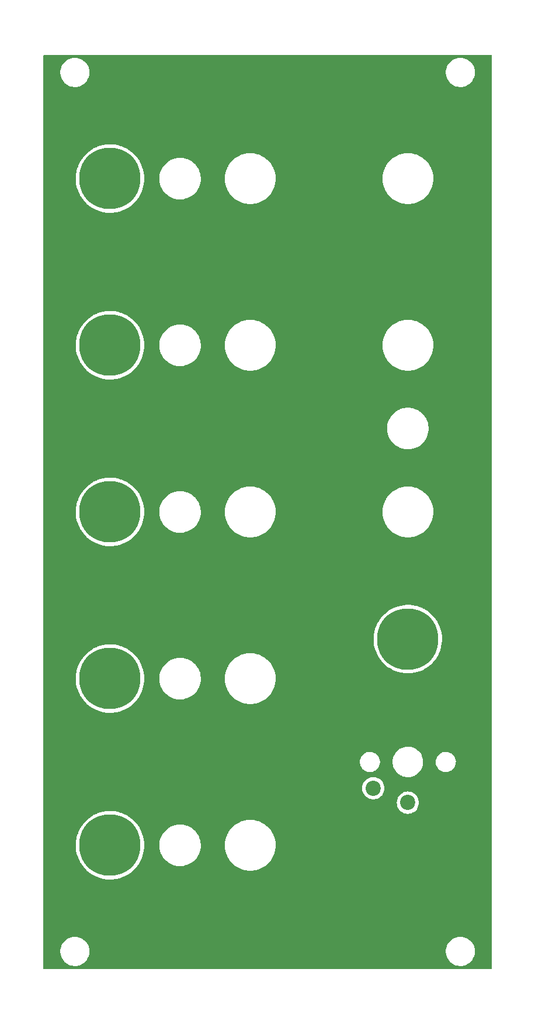
<source format=gbr>
G04 #@! TF.GenerationSoftware,KiCad,Pcbnew,(6.0.5)*
G04 #@! TF.CreationDate,2022-05-27T13:29:11-04:00*
G04 #@! TF.ProjectId,minidrone,6d696e69-6472-46f6-9e65-2e6b69636164,rev?*
G04 #@! TF.SameCoordinates,Original*
G04 #@! TF.FileFunction,Copper,L1,Top*
G04 #@! TF.FilePolarity,Positive*
%FSLAX46Y46*%
G04 Gerber Fmt 4.6, Leading zero omitted, Abs format (unit mm)*
G04 Created by KiCad (PCBNEW (6.0.5)) date 2022-05-27 13:29:11*
%MOMM*%
%LPD*%
G01*
G04 APERTURE LIST*
G04 #@! TA.AperFunction,ComponentPad*
%ADD10C,8.890000*%
G04 #@! TD*
G04 #@! TA.AperFunction,ComponentPad*
%ADD11C,2.200000*%
G04 #@! TD*
G04 APERTURE END LIST*
D10*
X73660000Y-140970000D03*
X73660000Y-116840000D03*
X73660000Y-92710000D03*
D11*
X116840000Y-134805000D03*
X111840000Y-132705000D03*
D10*
X73660000Y-68580000D03*
X116840000Y-111125000D03*
X73660000Y-44450000D03*
G04 #@! TA.AperFunction,NonConductor*
G36*
X128973621Y-26563502D02*
G01*
X129020114Y-26617158D01*
X129031500Y-26669500D01*
X129031500Y-158750500D01*
X129011498Y-158818621D01*
X128957842Y-158865114D01*
X128905500Y-158876500D01*
X64134500Y-158876500D01*
X64066379Y-158856498D01*
X64019886Y-158802842D01*
X64008500Y-158750500D01*
X64008500Y-156469703D01*
X66470743Y-156469703D01*
X66508268Y-156754734D01*
X66584129Y-157032036D01*
X66696923Y-157296476D01*
X66844561Y-157543161D01*
X67024313Y-157767528D01*
X67232851Y-157965423D01*
X67466317Y-158133186D01*
X67470112Y-158135195D01*
X67470113Y-158135196D01*
X67491869Y-158146715D01*
X67720392Y-158267712D01*
X67990373Y-158366511D01*
X68271264Y-158427755D01*
X68299841Y-158430004D01*
X68494282Y-158445307D01*
X68494291Y-158445307D01*
X68496739Y-158445500D01*
X68652271Y-158445500D01*
X68654407Y-158445354D01*
X68654418Y-158445354D01*
X68862548Y-158431165D01*
X68862554Y-158431164D01*
X68866825Y-158430873D01*
X68871020Y-158430004D01*
X68871022Y-158430004D01*
X69007584Y-158401723D01*
X69148342Y-158372574D01*
X69419343Y-158276607D01*
X69674812Y-158144750D01*
X69678313Y-158142289D01*
X69678317Y-158142287D01*
X69792417Y-158062096D01*
X69910023Y-157979441D01*
X70120622Y-157783740D01*
X70302713Y-157561268D01*
X70452927Y-157316142D01*
X70568483Y-157052898D01*
X70647244Y-156776406D01*
X70687751Y-156491784D01*
X70687845Y-156473951D01*
X70687867Y-156469703D01*
X122350743Y-156469703D01*
X122388268Y-156754734D01*
X122464129Y-157032036D01*
X122576923Y-157296476D01*
X122724561Y-157543161D01*
X122904313Y-157767528D01*
X123112851Y-157965423D01*
X123346317Y-158133186D01*
X123350112Y-158135195D01*
X123350113Y-158135196D01*
X123371869Y-158146715D01*
X123600392Y-158267712D01*
X123870373Y-158366511D01*
X124151264Y-158427755D01*
X124179841Y-158430004D01*
X124374282Y-158445307D01*
X124374291Y-158445307D01*
X124376739Y-158445500D01*
X124532271Y-158445500D01*
X124534407Y-158445354D01*
X124534418Y-158445354D01*
X124742548Y-158431165D01*
X124742554Y-158431164D01*
X124746825Y-158430873D01*
X124751020Y-158430004D01*
X124751022Y-158430004D01*
X124887584Y-158401723D01*
X125028342Y-158372574D01*
X125299343Y-158276607D01*
X125554812Y-158144750D01*
X125558313Y-158142289D01*
X125558317Y-158142287D01*
X125672417Y-158062096D01*
X125790023Y-157979441D01*
X126000622Y-157783740D01*
X126182713Y-157561268D01*
X126332927Y-157316142D01*
X126448483Y-157052898D01*
X126527244Y-156776406D01*
X126567751Y-156491784D01*
X126567845Y-156473951D01*
X126569235Y-156208583D01*
X126569235Y-156208576D01*
X126569257Y-156204297D01*
X126531732Y-155919266D01*
X126455871Y-155641964D01*
X126343077Y-155377524D01*
X126195439Y-155130839D01*
X126015687Y-154906472D01*
X125807149Y-154708577D01*
X125573683Y-154540814D01*
X125551843Y-154529250D01*
X125528654Y-154516972D01*
X125319608Y-154406288D01*
X125049627Y-154307489D01*
X124768736Y-154246245D01*
X124737685Y-154243801D01*
X124545718Y-154228693D01*
X124545709Y-154228693D01*
X124543261Y-154228500D01*
X124387729Y-154228500D01*
X124385593Y-154228646D01*
X124385582Y-154228646D01*
X124177452Y-154242835D01*
X124177446Y-154242836D01*
X124173175Y-154243127D01*
X124168980Y-154243996D01*
X124168978Y-154243996D01*
X124032417Y-154272276D01*
X123891658Y-154301426D01*
X123620657Y-154397393D01*
X123365188Y-154529250D01*
X123361687Y-154531711D01*
X123361683Y-154531713D01*
X123351594Y-154538804D01*
X123129977Y-154694559D01*
X122919378Y-154890260D01*
X122737287Y-155112732D01*
X122587073Y-155357858D01*
X122471517Y-155621102D01*
X122392756Y-155897594D01*
X122352249Y-156182216D01*
X122352227Y-156186505D01*
X122352226Y-156186512D01*
X122350765Y-156465417D01*
X122350743Y-156469703D01*
X70687867Y-156469703D01*
X70689235Y-156208583D01*
X70689235Y-156208576D01*
X70689257Y-156204297D01*
X70651732Y-155919266D01*
X70575871Y-155641964D01*
X70463077Y-155377524D01*
X70315439Y-155130839D01*
X70135687Y-154906472D01*
X69927149Y-154708577D01*
X69693683Y-154540814D01*
X69671843Y-154529250D01*
X69648654Y-154516972D01*
X69439608Y-154406288D01*
X69169627Y-154307489D01*
X68888736Y-154246245D01*
X68857685Y-154243801D01*
X68665718Y-154228693D01*
X68665709Y-154228693D01*
X68663261Y-154228500D01*
X68507729Y-154228500D01*
X68505593Y-154228646D01*
X68505582Y-154228646D01*
X68297452Y-154242835D01*
X68297446Y-154242836D01*
X68293175Y-154243127D01*
X68288980Y-154243996D01*
X68288978Y-154243996D01*
X68152417Y-154272276D01*
X68011658Y-154301426D01*
X67740657Y-154397393D01*
X67485188Y-154529250D01*
X67481687Y-154531711D01*
X67481683Y-154531713D01*
X67471594Y-154538804D01*
X67249977Y-154694559D01*
X67039378Y-154890260D01*
X66857287Y-155112732D01*
X66707073Y-155357858D01*
X66591517Y-155621102D01*
X66512756Y-155897594D01*
X66472249Y-156182216D01*
X66472227Y-156186505D01*
X66472226Y-156186512D01*
X66470765Y-156465417D01*
X66470743Y-156469703D01*
X64008500Y-156469703D01*
X64008500Y-140840202D01*
X68703206Y-140840202D01*
X68711291Y-141281346D01*
X68758560Y-141720026D01*
X68759106Y-141722769D01*
X68759107Y-141722778D01*
X68836514Y-142111929D01*
X68844637Y-142152766D01*
X68845420Y-142155435D01*
X68845421Y-142155439D01*
X68924470Y-142424892D01*
X68968842Y-142576142D01*
X68969862Y-142578738D01*
X68969863Y-142578741D01*
X69112506Y-142941789D01*
X69130191Y-142986801D01*
X69205780Y-143138078D01*
X69283771Y-143294161D01*
X69327407Y-143381491D01*
X69558927Y-143757086D01*
X69822919Y-144110615D01*
X69824780Y-144112693D01*
X69824781Y-144112694D01*
X70085623Y-144403918D01*
X70117292Y-144439276D01*
X70119329Y-144441179D01*
X70119336Y-144441186D01*
X70266295Y-144578467D01*
X70439716Y-144740468D01*
X70787638Y-145011805D01*
X71158303Y-145251141D01*
X71548776Y-145456579D01*
X71551374Y-145457663D01*
X71551378Y-145457665D01*
X71953367Y-145625408D01*
X71953377Y-145625412D01*
X71955966Y-145626492D01*
X72376648Y-145759536D01*
X72807491Y-145854658D01*
X72810265Y-145855016D01*
X72810266Y-145855016D01*
X73242313Y-145910746D01*
X73242323Y-145910747D01*
X73245084Y-145911103D01*
X73247871Y-145911213D01*
X73247877Y-145911213D01*
X73503637Y-145921261D01*
X73685962Y-145928425D01*
X73688754Y-145928286D01*
X73688759Y-145928286D01*
X74123831Y-145906627D01*
X74123840Y-145906626D01*
X74126635Y-145906487D01*
X74129412Y-145906099D01*
X74129414Y-145906099D01*
X74204530Y-145895609D01*
X74563614Y-145845463D01*
X74566324Y-145844835D01*
X74566334Y-145844833D01*
X74990710Y-145746467D01*
X74993437Y-145745835D01*
X75213734Y-145673618D01*
X75410050Y-145609263D01*
X75410056Y-145609261D01*
X75412703Y-145608393D01*
X75818090Y-145434224D01*
X76206391Y-145224709D01*
X76574529Y-144981505D01*
X76919591Y-144706539D01*
X77238843Y-144401987D01*
X77240680Y-144399893D01*
X77240688Y-144399884D01*
X77527912Y-144072367D01*
X77529759Y-144070261D01*
X77607661Y-143963627D01*
X77748786Y-143770449D01*
X77790034Y-143713988D01*
X77844211Y-143624001D01*
X78016158Y-143338399D01*
X78016163Y-143338390D01*
X78017609Y-143335988D01*
X78187542Y-142986801D01*
X78209447Y-142941789D01*
X78209448Y-142941786D01*
X78210680Y-142939255D01*
X78367720Y-142526929D01*
X78374174Y-142504047D01*
X78462081Y-142192350D01*
X78487484Y-142102276D01*
X78530300Y-141874589D01*
X78568509Y-141671405D01*
X78568511Y-141671393D01*
X78569025Y-141668658D01*
X78599134Y-141358807D01*
X78611483Y-141231724D01*
X78611484Y-141231712D01*
X78611698Y-141229507D01*
X78615189Y-141096196D01*
X80809044Y-141096196D01*
X80809405Y-141099810D01*
X80809405Y-141099816D01*
X80822350Y-141229507D01*
X80843503Y-141441431D01*
X80917414Y-141780417D01*
X81029797Y-142108661D01*
X81179163Y-142421812D01*
X81363532Y-142715721D01*
X81365804Y-142718557D01*
X81365809Y-142718564D01*
X81444708Y-142817046D01*
X81580459Y-142986491D01*
X81583037Y-142989042D01*
X81730838Y-143135303D01*
X81827071Y-143230534D01*
X81829929Y-143232775D01*
X82094812Y-143440469D01*
X82100098Y-143444614D01*
X82395921Y-143625895D01*
X82399206Y-143627420D01*
X82399210Y-143627422D01*
X82585702Y-143713988D01*
X82710620Y-143771973D01*
X82814926Y-143806469D01*
X83036578Y-143879774D01*
X83036583Y-143879775D01*
X83040023Y-143880913D01*
X83043578Y-143881649D01*
X83043581Y-143881650D01*
X83376214Y-143950535D01*
X83376217Y-143950535D01*
X83379764Y-143951270D01*
X83518221Y-143963627D01*
X83682076Y-143978251D01*
X83682082Y-143978251D01*
X83684869Y-143978500D01*
X83908432Y-143978500D01*
X83910251Y-143978395D01*
X83910255Y-143978395D01*
X84162754Y-143963836D01*
X84162759Y-143963835D01*
X84166374Y-143963627D01*
X84241388Y-143950535D01*
X84504585Y-143904600D01*
X84504592Y-143904598D01*
X84508158Y-143903976D01*
X84511633Y-143902947D01*
X84511640Y-143902945D01*
X84644863Y-143863482D01*
X84840820Y-143805437D01*
X84844159Y-143804013D01*
X85156614Y-143670740D01*
X85156617Y-143670738D01*
X85159952Y-143669316D01*
X85163099Y-143667521D01*
X85163103Y-143667519D01*
X85458184Y-143499208D01*
X85461324Y-143497417D01*
X85545546Y-143435550D01*
X85565265Y-143421065D01*
X85740940Y-143292018D01*
X85995096Y-143055842D01*
X86220422Y-142792019D01*
X86413931Y-142504047D01*
X86573060Y-142195741D01*
X86695698Y-141871189D01*
X86728630Y-141740083D01*
X86779337Y-141538206D01*
X86780220Y-141534692D01*
X86803376Y-141358807D01*
X86825032Y-141194315D01*
X86825033Y-141194307D01*
X86825506Y-141190711D01*
X86828938Y-140972234D01*
X86828973Y-140970000D01*
X90291445Y-140970000D01*
X90311651Y-141355559D01*
X90312164Y-141358799D01*
X90312165Y-141358807D01*
X90339454Y-141531099D01*
X90372049Y-141736894D01*
X90471976Y-142109826D01*
X90610337Y-142470270D01*
X90611835Y-142473210D01*
X90774277Y-142792019D01*
X90785618Y-142814277D01*
X90995896Y-143138078D01*
X91238869Y-143438125D01*
X91511875Y-143711131D01*
X91811922Y-143954104D01*
X91814697Y-143955906D01*
X92049483Y-144108377D01*
X92135723Y-144164382D01*
X92138657Y-144165877D01*
X92138664Y-144165881D01*
X92476790Y-144338165D01*
X92479730Y-144339663D01*
X92840174Y-144478024D01*
X93213106Y-144577951D01*
X93415643Y-144610030D01*
X93591193Y-144637835D01*
X93591201Y-144637836D01*
X93594441Y-144638349D01*
X93883543Y-144653500D01*
X94076457Y-144653500D01*
X94365559Y-144638349D01*
X94368799Y-144637836D01*
X94368807Y-144637835D01*
X94544357Y-144610030D01*
X94746894Y-144577951D01*
X95119826Y-144478024D01*
X95480270Y-144339663D01*
X95483210Y-144338165D01*
X95821336Y-144165881D01*
X95821343Y-144165877D01*
X95824277Y-144164382D01*
X95910518Y-144108377D01*
X96145303Y-143955906D01*
X96148078Y-143954104D01*
X96448125Y-143711131D01*
X96721131Y-143438125D01*
X96964104Y-143138078D01*
X97064387Y-142983655D01*
X97172584Y-142817047D01*
X97172586Y-142817044D01*
X97174382Y-142814278D01*
X97175882Y-142811336D01*
X97348165Y-142473210D01*
X97349663Y-142470270D01*
X97488024Y-142109826D01*
X97587951Y-141736894D01*
X97620546Y-141531099D01*
X97647835Y-141358807D01*
X97647836Y-141358799D01*
X97648349Y-141355559D01*
X97668555Y-140970000D01*
X97648349Y-140584441D01*
X97640048Y-140532026D01*
X97588467Y-140206367D01*
X97587951Y-140203106D01*
X97488024Y-139830174D01*
X97349663Y-139469730D01*
X97330922Y-139432949D01*
X97175881Y-139128664D01*
X97175877Y-139128657D01*
X97174382Y-139125723D01*
X96964104Y-138801922D01*
X96721131Y-138501875D01*
X96448125Y-138228869D01*
X96148078Y-137985896D01*
X95824277Y-137775618D01*
X95821343Y-137774123D01*
X95821336Y-137774119D01*
X95483210Y-137601835D01*
X95480270Y-137600337D01*
X95119826Y-137461976D01*
X94746894Y-137362049D01*
X94544357Y-137329970D01*
X94368807Y-137302165D01*
X94368799Y-137302164D01*
X94365559Y-137301651D01*
X94076457Y-137286500D01*
X93883543Y-137286500D01*
X93594441Y-137301651D01*
X93591201Y-137302164D01*
X93591193Y-137302165D01*
X93415643Y-137329970D01*
X93213106Y-137362049D01*
X92840174Y-137461976D01*
X92479730Y-137600337D01*
X92476790Y-137601835D01*
X92138664Y-137774119D01*
X92138657Y-137774123D01*
X92135723Y-137775618D01*
X91811922Y-137985896D01*
X91511875Y-138228869D01*
X91238869Y-138501875D01*
X90995896Y-138801922D01*
X90994094Y-138804697D01*
X90787416Y-139122953D01*
X90787414Y-139122956D01*
X90785618Y-139125722D01*
X90784123Y-139128656D01*
X90784119Y-139128663D01*
X90727876Y-139239047D01*
X90610337Y-139469730D01*
X90471976Y-139830174D01*
X90372049Y-140203106D01*
X90371533Y-140206367D01*
X90319953Y-140532026D01*
X90311651Y-140584441D01*
X90291445Y-140970000D01*
X86828973Y-140970000D01*
X86830899Y-140847446D01*
X86830899Y-140847442D01*
X86830956Y-140843804D01*
X86821163Y-140745685D01*
X86796857Y-140502177D01*
X86796497Y-140498569D01*
X86722586Y-140159583D01*
X86700375Y-140094708D01*
X86611376Y-139834765D01*
X86610203Y-139831339D01*
X86460837Y-139518188D01*
X86276468Y-139224279D01*
X86274196Y-139221443D01*
X86274191Y-139221436D01*
X86061813Y-138956345D01*
X86059541Y-138953509D01*
X85936235Y-138831487D01*
X85815507Y-138712017D01*
X85815506Y-138712016D01*
X85812929Y-138709466D01*
X85548178Y-138501875D01*
X85542759Y-138497626D01*
X85542757Y-138497625D01*
X85539902Y-138495386D01*
X85244079Y-138314105D01*
X85240794Y-138312580D01*
X85240790Y-138312578D01*
X84932663Y-138169551D01*
X84929380Y-138168027D01*
X84759112Y-138111716D01*
X84603422Y-138060226D01*
X84603417Y-138060225D01*
X84599977Y-138059087D01*
X84596422Y-138058351D01*
X84596419Y-138058350D01*
X84263786Y-137989465D01*
X84263783Y-137989465D01*
X84260236Y-137988730D01*
X84099773Y-137974409D01*
X83957924Y-137961749D01*
X83957918Y-137961749D01*
X83955131Y-137961500D01*
X83731568Y-137961500D01*
X83729749Y-137961605D01*
X83729745Y-137961605D01*
X83477246Y-137976164D01*
X83477241Y-137976165D01*
X83473626Y-137976373D01*
X83429387Y-137984094D01*
X83135415Y-138035400D01*
X83135408Y-138035402D01*
X83131842Y-138036024D01*
X83128367Y-138037053D01*
X83128360Y-138037055D01*
X83050137Y-138060226D01*
X82799180Y-138134563D01*
X82795844Y-138135986D01*
X82795841Y-138135987D01*
X82483386Y-138269260D01*
X82483383Y-138269262D01*
X82480048Y-138270684D01*
X82476901Y-138272479D01*
X82476897Y-138272481D01*
X82400602Y-138315999D01*
X82178676Y-138442583D01*
X82175764Y-138444722D01*
X82175761Y-138444724D01*
X82074735Y-138518935D01*
X81899060Y-138647982D01*
X81644904Y-138884158D01*
X81419578Y-139147981D01*
X81226069Y-139435953D01*
X81066940Y-139744259D01*
X80944302Y-140068811D01*
X80943418Y-140072332D01*
X80943416Y-140072337D01*
X80909750Y-140206367D01*
X80859780Y-140405308D01*
X80859307Y-140408901D01*
X80835764Y-140587731D01*
X80814494Y-140749289D01*
X80814437Y-140752927D01*
X80811027Y-140970000D01*
X80809044Y-141096196D01*
X78615189Y-141096196D01*
X78618493Y-140970000D01*
X78598863Y-140529218D01*
X78594747Y-140498569D01*
X78554632Y-140199917D01*
X78540127Y-140091927D01*
X78535695Y-140072337D01*
X78443368Y-139664315D01*
X78442751Y-139661587D01*
X78402579Y-139536838D01*
X78308359Y-139244257D01*
X78307506Y-139241608D01*
X78301475Y-139227364D01*
X78136553Y-138837888D01*
X78136553Y-138837887D01*
X78135463Y-138835314D01*
X78119150Y-138804697D01*
X77929305Y-138448403D01*
X77929305Y-138448402D01*
X77927983Y-138445922D01*
X77686710Y-138076515D01*
X77655603Y-138037055D01*
X77415284Y-137732212D01*
X77415282Y-137732210D01*
X77413555Y-137730019D01*
X77110679Y-137409176D01*
X76780481Y-137116527D01*
X76425575Y-136854390D01*
X76226938Y-136733379D01*
X76051161Y-136626294D01*
X76051154Y-136626290D01*
X76048772Y-136624839D01*
X75922617Y-136562626D01*
X75655569Y-136430933D01*
X75653055Y-136429693D01*
X75650459Y-136428688D01*
X75650446Y-136428683D01*
X75340147Y-136308638D01*
X75241558Y-136270497D01*
X74986723Y-136197184D01*
X74820218Y-136149282D01*
X74820212Y-136149281D01*
X74817537Y-136148511D01*
X74814800Y-136147982D01*
X74814794Y-136147980D01*
X74387099Y-136065231D01*
X74387089Y-136065229D01*
X74384352Y-136064700D01*
X73945431Y-136019729D01*
X73942639Y-136019692D01*
X73942631Y-136019692D01*
X73674465Y-136016182D01*
X73504250Y-136013954D01*
X73501450Y-136014167D01*
X73501449Y-136014167D01*
X73446254Y-136018366D01*
X73064302Y-136047420D01*
X73061539Y-136047880D01*
X73061538Y-136047880D01*
X72631846Y-136119400D01*
X72631843Y-136119401D01*
X72629071Y-136119862D01*
X72626359Y-136120566D01*
X72626349Y-136120568D01*
X72204721Y-136230001D01*
X72204710Y-136230004D01*
X72202003Y-136230707D01*
X71936099Y-136325653D01*
X71789122Y-136378133D01*
X71789117Y-136378135D01*
X71786479Y-136379077D01*
X71783939Y-136380248D01*
X71783934Y-136380250D01*
X71673995Y-136430933D01*
X71385789Y-136563798D01*
X71003107Y-136783406D01*
X71000804Y-136785015D01*
X71000797Y-136785020D01*
X70643770Y-137034549D01*
X70641461Y-137036163D01*
X70303715Y-137320068D01*
X69992544Y-137632872D01*
X69990748Y-137635032D01*
X69712211Y-137969936D01*
X69712203Y-137969947D01*
X69710412Y-137972100D01*
X69708818Y-137974407D01*
X69708816Y-137974409D01*
X69472729Y-138315999D01*
X69459552Y-138335064D01*
X69241950Y-138718891D01*
X69059330Y-139120543D01*
X69058408Y-139123169D01*
X69058403Y-139123181D01*
X69021817Y-139227364D01*
X68913138Y-139536838D01*
X68912447Y-139539558D01*
X68912446Y-139539562D01*
X68805222Y-139961760D01*
X68804531Y-139964481D01*
X68734368Y-140400085D01*
X68703206Y-140840202D01*
X64008500Y-140840202D01*
X64008500Y-134805000D01*
X115226526Y-134805000D01*
X115246391Y-135057403D01*
X115305495Y-135303591D01*
X115402384Y-135537502D01*
X115534672Y-135753376D01*
X115699102Y-135945898D01*
X115891624Y-136110328D01*
X116107498Y-136242616D01*
X116112068Y-136244509D01*
X116112072Y-136244511D01*
X116336836Y-136337611D01*
X116341409Y-136339505D01*
X116426032Y-136359821D01*
X116582784Y-136397454D01*
X116582790Y-136397455D01*
X116587597Y-136398609D01*
X116840000Y-136418474D01*
X117092403Y-136398609D01*
X117097210Y-136397455D01*
X117097216Y-136397454D01*
X117253968Y-136359821D01*
X117338591Y-136339505D01*
X117343164Y-136337611D01*
X117567928Y-136244511D01*
X117567932Y-136244509D01*
X117572502Y-136242616D01*
X117788376Y-136110328D01*
X117980898Y-135945898D01*
X118145328Y-135753376D01*
X118277616Y-135537502D01*
X118374505Y-135303591D01*
X118433609Y-135057403D01*
X118453474Y-134805000D01*
X118433609Y-134552597D01*
X118374505Y-134306409D01*
X118347271Y-134240660D01*
X118279511Y-134077072D01*
X118279509Y-134077068D01*
X118277616Y-134072498D01*
X118145328Y-133856624D01*
X117980898Y-133664102D01*
X117788376Y-133499672D01*
X117572502Y-133367384D01*
X117567932Y-133365491D01*
X117567928Y-133365489D01*
X117343164Y-133272389D01*
X117343162Y-133272388D01*
X117338591Y-133270495D01*
X117253968Y-133250179D01*
X117097216Y-133212546D01*
X117097210Y-133212545D01*
X117092403Y-133211391D01*
X116840000Y-133191526D01*
X116587597Y-133211391D01*
X116582790Y-133212545D01*
X116582784Y-133212546D01*
X116426032Y-133250179D01*
X116341409Y-133270495D01*
X116336838Y-133272388D01*
X116336836Y-133272389D01*
X116112072Y-133365489D01*
X116112068Y-133365491D01*
X116107498Y-133367384D01*
X115891624Y-133499672D01*
X115699102Y-133664102D01*
X115534672Y-133856624D01*
X115402384Y-134072498D01*
X115400491Y-134077068D01*
X115400489Y-134077072D01*
X115332729Y-134240660D01*
X115305495Y-134306409D01*
X115246391Y-134552597D01*
X115226526Y-134805000D01*
X64008500Y-134805000D01*
X64008500Y-132705000D01*
X110226526Y-132705000D01*
X110246391Y-132957403D01*
X110305495Y-133203591D01*
X110307388Y-133208162D01*
X110307389Y-133208164D01*
X110333208Y-133270495D01*
X110402384Y-133437502D01*
X110534672Y-133653376D01*
X110699102Y-133845898D01*
X110891624Y-134010328D01*
X111107498Y-134142616D01*
X111112068Y-134144509D01*
X111112072Y-134144511D01*
X111336836Y-134237611D01*
X111341409Y-134239505D01*
X111426032Y-134259821D01*
X111582784Y-134297454D01*
X111582790Y-134297455D01*
X111587597Y-134298609D01*
X111840000Y-134318474D01*
X112092403Y-134298609D01*
X112097210Y-134297455D01*
X112097216Y-134297454D01*
X112253968Y-134259821D01*
X112338591Y-134239505D01*
X112343164Y-134237611D01*
X112567928Y-134144511D01*
X112567932Y-134144509D01*
X112572502Y-134142616D01*
X112788376Y-134010328D01*
X112980898Y-133845898D01*
X113145328Y-133653376D01*
X113277616Y-133437502D01*
X113346793Y-133270495D01*
X113372611Y-133208164D01*
X113372612Y-133208162D01*
X113374505Y-133203591D01*
X113433609Y-132957403D01*
X113453474Y-132705000D01*
X113433609Y-132452597D01*
X113374505Y-132206409D01*
X113277616Y-131972498D01*
X113145328Y-131756624D01*
X112980898Y-131564102D01*
X112788376Y-131399672D01*
X112572502Y-131267384D01*
X112567932Y-131265491D01*
X112567928Y-131265489D01*
X112343164Y-131172389D01*
X112343162Y-131172388D01*
X112338591Y-131170495D01*
X112253968Y-131150179D01*
X112097216Y-131112546D01*
X112097210Y-131112545D01*
X112092403Y-131111391D01*
X111840000Y-131091526D01*
X111587597Y-131111391D01*
X111582790Y-131112545D01*
X111582784Y-131112546D01*
X111426032Y-131150179D01*
X111341409Y-131170495D01*
X111336838Y-131172388D01*
X111336836Y-131172389D01*
X111112072Y-131265489D01*
X111112068Y-131265491D01*
X111107498Y-131267384D01*
X110891624Y-131399672D01*
X110699102Y-131564102D01*
X110534672Y-131756624D01*
X110402384Y-131972498D01*
X110305495Y-132206409D01*
X110246391Y-132452597D01*
X110226526Y-132705000D01*
X64008500Y-132705000D01*
X64008500Y-129007089D01*
X109880066Y-129007089D01*
X109916343Y-129244163D01*
X109990854Y-129472129D01*
X110101597Y-129684864D01*
X110104700Y-129688997D01*
X110104702Y-129689000D01*
X110192014Y-129805288D01*
X110245598Y-129876655D01*
X110418990Y-130042352D01*
X110423262Y-130045266D01*
X110423263Y-130045267D01*
X110455599Y-130067325D01*
X110617117Y-130177505D01*
X110834656Y-130278484D01*
X111065768Y-130342576D01*
X111169479Y-130353660D01*
X111258222Y-130363144D01*
X111258230Y-130363144D01*
X111261557Y-130363500D01*
X111400803Y-130363500D01*
X111403376Y-130363288D01*
X111403387Y-130363288D01*
X111573876Y-130349271D01*
X111573882Y-130349270D01*
X111579027Y-130348847D01*
X111695332Y-130319633D01*
X111806625Y-130291679D01*
X111806629Y-130291678D01*
X111811636Y-130290420D01*
X111816366Y-130288364D01*
X111816373Y-130288361D01*
X112026841Y-130196847D01*
X112026844Y-130196845D01*
X112031578Y-130194787D01*
X112035912Y-130191983D01*
X112035916Y-130191981D01*
X112228604Y-130067325D01*
X112228607Y-130067323D01*
X112232947Y-130064515D01*
X112254101Y-130045267D01*
X112406513Y-129906582D01*
X112406514Y-129906580D01*
X112410335Y-129903104D01*
X112413534Y-129899053D01*
X112413538Y-129899049D01*
X112552095Y-129723605D01*
X112558979Y-129714888D01*
X112674887Y-129504922D01*
X112754945Y-129278845D01*
X112755853Y-129273749D01*
X112796098Y-129047816D01*
X112796099Y-129047810D01*
X112797004Y-129042727D01*
X112798120Y-128951355D01*
X114627042Y-128951355D01*
X114627405Y-128955503D01*
X114627405Y-128955507D01*
X114634584Y-129037563D01*
X114652613Y-129243625D01*
X114653523Y-129247697D01*
X114653524Y-129247702D01*
X114712033Y-129509456D01*
X114716613Y-129529947D01*
X114817919Y-129805288D01*
X114819866Y-129808981D01*
X114819867Y-129808983D01*
X114952798Y-130061109D01*
X114954751Y-130064813D01*
X115124705Y-130303961D01*
X115324794Y-130518531D01*
X115551504Y-130704752D01*
X115800851Y-130859354D01*
X115804668Y-130861070D01*
X115804671Y-130861071D01*
X115878709Y-130894345D01*
X116068456Y-130979620D01*
X116156406Y-131005839D01*
X116345618Y-131062247D01*
X116345626Y-131062249D01*
X116349615Y-131063438D01*
X116353731Y-131064090D01*
X116353736Y-131064091D01*
X116635922Y-131108784D01*
X116635927Y-131108784D01*
X116639390Y-131109333D01*
X116688486Y-131111563D01*
X116729732Y-131113436D01*
X116729751Y-131113436D01*
X116731151Y-131113500D01*
X116914420Y-131113500D01*
X117132742Y-131098999D01*
X117420341Y-131041009D01*
X117697744Y-130945492D01*
X117701486Y-130943618D01*
X117701491Y-130943616D01*
X117956333Y-130816000D01*
X117956335Y-130815999D01*
X117960077Y-130814125D01*
X118202732Y-130649217D01*
X118421445Y-130453665D01*
X118612373Y-130230905D01*
X118718603Y-130067325D01*
X118769884Y-129988360D01*
X118769887Y-129988355D01*
X118772163Y-129984850D01*
X118898007Y-129719823D01*
X118899592Y-129714888D01*
X118986416Y-129444460D01*
X118987694Y-129440480D01*
X119039649Y-129151730D01*
X119046217Y-129007089D01*
X120880066Y-129007089D01*
X120916343Y-129244163D01*
X120990854Y-129472129D01*
X121101597Y-129684864D01*
X121104700Y-129688997D01*
X121104702Y-129689000D01*
X121192014Y-129805288D01*
X121245598Y-129876655D01*
X121418990Y-130042352D01*
X121423262Y-130045266D01*
X121423263Y-130045267D01*
X121455599Y-130067325D01*
X121617117Y-130177505D01*
X121834656Y-130278484D01*
X122065768Y-130342576D01*
X122169479Y-130353660D01*
X122258222Y-130363144D01*
X122258230Y-130363144D01*
X122261557Y-130363500D01*
X122400803Y-130363500D01*
X122403376Y-130363288D01*
X122403387Y-130363288D01*
X122573876Y-130349271D01*
X122573882Y-130349270D01*
X122579027Y-130348847D01*
X122695332Y-130319633D01*
X122806625Y-130291679D01*
X122806629Y-130291678D01*
X122811636Y-130290420D01*
X122816366Y-130288364D01*
X122816373Y-130288361D01*
X123026841Y-130196847D01*
X123026844Y-130196845D01*
X123031578Y-130194787D01*
X123035912Y-130191983D01*
X123035916Y-130191981D01*
X123228604Y-130067325D01*
X123228607Y-130067323D01*
X123232947Y-130064515D01*
X123254101Y-130045267D01*
X123406513Y-129906582D01*
X123406514Y-129906580D01*
X123410335Y-129903104D01*
X123413534Y-129899053D01*
X123413538Y-129899049D01*
X123552095Y-129723605D01*
X123558979Y-129714888D01*
X123674887Y-129504922D01*
X123754945Y-129278845D01*
X123755853Y-129273749D01*
X123796098Y-129047816D01*
X123796099Y-129047810D01*
X123797004Y-129042727D01*
X123799934Y-128802911D01*
X123763657Y-128565837D01*
X123689146Y-128337871D01*
X123578403Y-128125136D01*
X123555861Y-128095112D01*
X123437507Y-127937480D01*
X123437505Y-127937477D01*
X123434402Y-127933345D01*
X123261010Y-127767648D01*
X123228084Y-127745187D01*
X123067162Y-127635414D01*
X123067163Y-127635414D01*
X123062883Y-127632495D01*
X122845344Y-127531516D01*
X122614232Y-127467424D01*
X122510521Y-127456340D01*
X122421778Y-127446856D01*
X122421770Y-127446856D01*
X122418443Y-127446500D01*
X122279197Y-127446500D01*
X122276624Y-127446712D01*
X122276613Y-127446712D01*
X122106124Y-127460729D01*
X122106118Y-127460730D01*
X122100973Y-127461153D01*
X121984669Y-127490366D01*
X121873375Y-127518321D01*
X121873371Y-127518322D01*
X121868364Y-127519580D01*
X121863634Y-127521636D01*
X121863627Y-127521639D01*
X121653159Y-127613153D01*
X121653156Y-127613155D01*
X121648422Y-127615213D01*
X121644088Y-127618017D01*
X121644084Y-127618019D01*
X121451396Y-127742675D01*
X121451393Y-127742677D01*
X121447053Y-127745485D01*
X121443230Y-127748964D01*
X121443227Y-127748966D01*
X121363360Y-127821640D01*
X121269665Y-127906896D01*
X121266466Y-127910947D01*
X121266462Y-127910951D01*
X121189319Y-128008632D01*
X121121021Y-128095112D01*
X121005113Y-128305078D01*
X120925055Y-128531155D01*
X120924148Y-128536248D01*
X120924147Y-128536251D01*
X120903144Y-128654165D01*
X120882996Y-128767273D01*
X120880066Y-129007089D01*
X119046217Y-129007089D01*
X119047028Y-128989233D01*
X119052769Y-128862815D01*
X119052769Y-128862810D01*
X119052958Y-128858645D01*
X119047635Y-128797797D01*
X119027751Y-128570537D01*
X119027387Y-128566375D01*
X119020654Y-128536251D01*
X118964299Y-128284131D01*
X118964297Y-128284124D01*
X118963387Y-128280053D01*
X118862081Y-128004712D01*
X118824454Y-127933345D01*
X118727202Y-127748891D01*
X118727201Y-127748890D01*
X118725249Y-127745187D01*
X118555295Y-127506039D01*
X118355206Y-127291469D01*
X118128496Y-127105248D01*
X117879149Y-126950646D01*
X117875332Y-126948930D01*
X117875329Y-126948929D01*
X117801291Y-126915655D01*
X117611544Y-126830380D01*
X117523594Y-126804161D01*
X117334382Y-126747753D01*
X117334374Y-126747751D01*
X117330385Y-126746562D01*
X117326269Y-126745910D01*
X117326264Y-126745909D01*
X117044078Y-126701216D01*
X117044073Y-126701216D01*
X117040610Y-126700667D01*
X116991514Y-126698437D01*
X116950268Y-126696564D01*
X116950249Y-126696564D01*
X116948849Y-126696500D01*
X116765580Y-126696500D01*
X116547258Y-126711001D01*
X116259659Y-126768991D01*
X115982256Y-126864508D01*
X115978514Y-126866382D01*
X115978509Y-126866384D01*
X115723667Y-126994000D01*
X115719923Y-126995875D01*
X115477268Y-127160783D01*
X115258555Y-127356335D01*
X115067627Y-127579095D01*
X115034364Y-127630315D01*
X114959766Y-127745187D01*
X114907837Y-127825150D01*
X114781993Y-128090177D01*
X114780714Y-128094160D01*
X114780713Y-128094163D01*
X114729203Y-128254599D01*
X114692306Y-128369520D01*
X114640351Y-128658270D01*
X114640162Y-128662442D01*
X114631063Y-128862815D01*
X114627042Y-128951355D01*
X112798120Y-128951355D01*
X112799934Y-128802911D01*
X112763657Y-128565837D01*
X112689146Y-128337871D01*
X112578403Y-128125136D01*
X112555861Y-128095112D01*
X112437507Y-127937480D01*
X112437505Y-127937477D01*
X112434402Y-127933345D01*
X112261010Y-127767648D01*
X112228084Y-127745187D01*
X112067162Y-127635414D01*
X112067163Y-127635414D01*
X112062883Y-127632495D01*
X111845344Y-127531516D01*
X111614232Y-127467424D01*
X111510521Y-127456340D01*
X111421778Y-127446856D01*
X111421770Y-127446856D01*
X111418443Y-127446500D01*
X111279197Y-127446500D01*
X111276624Y-127446712D01*
X111276613Y-127446712D01*
X111106124Y-127460729D01*
X111106118Y-127460730D01*
X111100973Y-127461153D01*
X110984669Y-127490366D01*
X110873375Y-127518321D01*
X110873371Y-127518322D01*
X110868364Y-127519580D01*
X110863634Y-127521636D01*
X110863627Y-127521639D01*
X110653159Y-127613153D01*
X110653156Y-127613155D01*
X110648422Y-127615213D01*
X110644088Y-127618017D01*
X110644084Y-127618019D01*
X110451396Y-127742675D01*
X110451393Y-127742677D01*
X110447053Y-127745485D01*
X110443230Y-127748964D01*
X110443227Y-127748966D01*
X110363360Y-127821640D01*
X110269665Y-127906896D01*
X110266466Y-127910947D01*
X110266462Y-127910951D01*
X110189319Y-128008632D01*
X110121021Y-128095112D01*
X110005113Y-128305078D01*
X109925055Y-128531155D01*
X109924148Y-128536248D01*
X109924147Y-128536251D01*
X109903144Y-128654165D01*
X109882996Y-128767273D01*
X109880066Y-129007089D01*
X64008500Y-129007089D01*
X64008500Y-116710202D01*
X68703206Y-116710202D01*
X68711291Y-117151346D01*
X68758560Y-117590026D01*
X68759106Y-117592769D01*
X68759107Y-117592778D01*
X68836514Y-117981929D01*
X68844637Y-118022766D01*
X68845420Y-118025435D01*
X68845421Y-118025439D01*
X68924470Y-118294892D01*
X68968842Y-118446142D01*
X68969862Y-118448738D01*
X68969863Y-118448741D01*
X69112506Y-118811789D01*
X69130191Y-118856801D01*
X69205780Y-119008078D01*
X69283771Y-119164161D01*
X69327407Y-119251491D01*
X69558927Y-119627086D01*
X69822919Y-119980615D01*
X69824780Y-119982693D01*
X69824781Y-119982694D01*
X70085623Y-120273918D01*
X70117292Y-120309276D01*
X70119329Y-120311179D01*
X70119336Y-120311186D01*
X70266295Y-120448467D01*
X70439716Y-120610468D01*
X70787638Y-120881805D01*
X71158303Y-121121141D01*
X71548776Y-121326579D01*
X71551374Y-121327663D01*
X71551378Y-121327665D01*
X71953367Y-121495408D01*
X71953377Y-121495412D01*
X71955966Y-121496492D01*
X72376648Y-121629536D01*
X72807491Y-121724658D01*
X72810265Y-121725016D01*
X72810266Y-121725016D01*
X73242313Y-121780746D01*
X73242323Y-121780747D01*
X73245084Y-121781103D01*
X73247871Y-121781213D01*
X73247877Y-121781213D01*
X73503637Y-121791261D01*
X73685962Y-121798425D01*
X73688754Y-121798286D01*
X73688759Y-121798286D01*
X74123831Y-121776627D01*
X74123840Y-121776626D01*
X74126635Y-121776487D01*
X74129412Y-121776099D01*
X74129414Y-121776099D01*
X74204530Y-121765609D01*
X74563614Y-121715463D01*
X74566324Y-121714835D01*
X74566334Y-121714833D01*
X74990710Y-121616467D01*
X74993437Y-121615835D01*
X75213734Y-121543618D01*
X75410050Y-121479263D01*
X75410056Y-121479261D01*
X75412703Y-121478393D01*
X75818090Y-121304224D01*
X76206391Y-121094709D01*
X76574529Y-120851505D01*
X76919591Y-120576539D01*
X77238843Y-120271987D01*
X77240680Y-120269893D01*
X77240688Y-120269884D01*
X77527912Y-119942367D01*
X77529759Y-119940261D01*
X77607661Y-119833627D01*
X77748786Y-119640449D01*
X77790034Y-119583988D01*
X77844211Y-119494001D01*
X78016158Y-119208399D01*
X78016163Y-119208390D01*
X78017609Y-119205988D01*
X78187542Y-118856801D01*
X78209447Y-118811789D01*
X78209448Y-118811786D01*
X78210680Y-118809255D01*
X78367720Y-118396929D01*
X78374174Y-118374047D01*
X78462081Y-118062350D01*
X78487484Y-117972276D01*
X78530300Y-117744589D01*
X78568509Y-117541405D01*
X78568511Y-117541393D01*
X78569025Y-117538658D01*
X78599134Y-117228807D01*
X78611483Y-117101724D01*
X78611484Y-117101712D01*
X78611698Y-117099507D01*
X78615189Y-116966196D01*
X80809044Y-116966196D01*
X80809405Y-116969810D01*
X80809405Y-116969816D01*
X80822350Y-117099507D01*
X80843503Y-117311431D01*
X80917414Y-117650417D01*
X81029797Y-117978661D01*
X81179163Y-118291812D01*
X81363532Y-118585721D01*
X81365804Y-118588557D01*
X81365809Y-118588564D01*
X81444708Y-118687046D01*
X81580459Y-118856491D01*
X81583037Y-118859042D01*
X81730838Y-119005303D01*
X81827071Y-119100534D01*
X81829929Y-119102775D01*
X82094812Y-119310469D01*
X82100098Y-119314614D01*
X82395921Y-119495895D01*
X82399206Y-119497420D01*
X82399210Y-119497422D01*
X82585702Y-119583988D01*
X82710620Y-119641973D01*
X82814926Y-119676469D01*
X83036578Y-119749774D01*
X83036583Y-119749775D01*
X83040023Y-119750913D01*
X83043578Y-119751649D01*
X83043581Y-119751650D01*
X83376214Y-119820535D01*
X83376217Y-119820535D01*
X83379764Y-119821270D01*
X83518221Y-119833627D01*
X83682076Y-119848251D01*
X83682082Y-119848251D01*
X83684869Y-119848500D01*
X83908432Y-119848500D01*
X83910251Y-119848395D01*
X83910255Y-119848395D01*
X84162754Y-119833836D01*
X84162759Y-119833835D01*
X84166374Y-119833627D01*
X84241388Y-119820535D01*
X84504585Y-119774600D01*
X84504592Y-119774598D01*
X84508158Y-119773976D01*
X84511633Y-119772947D01*
X84511640Y-119772945D01*
X84644863Y-119733482D01*
X84840820Y-119675437D01*
X84844159Y-119674013D01*
X85156614Y-119540740D01*
X85156617Y-119540738D01*
X85159952Y-119539316D01*
X85163099Y-119537521D01*
X85163103Y-119537519D01*
X85458184Y-119369208D01*
X85461324Y-119367417D01*
X85545546Y-119305550D01*
X85565265Y-119291065D01*
X85740940Y-119162018D01*
X85995096Y-118925842D01*
X86220422Y-118662019D01*
X86413931Y-118374047D01*
X86573060Y-118065741D01*
X86695698Y-117741189D01*
X86728630Y-117610083D01*
X86779337Y-117408206D01*
X86780220Y-117404692D01*
X86803376Y-117228807D01*
X86825032Y-117064315D01*
X86825033Y-117064307D01*
X86825506Y-117060711D01*
X86828938Y-116842234D01*
X86828973Y-116840000D01*
X90291445Y-116840000D01*
X90311651Y-117225559D01*
X90312164Y-117228799D01*
X90312165Y-117228807D01*
X90339454Y-117401099D01*
X90372049Y-117606894D01*
X90471976Y-117979826D01*
X90610337Y-118340270D01*
X90611835Y-118343210D01*
X90774277Y-118662019D01*
X90785618Y-118684277D01*
X90995896Y-119008078D01*
X91238869Y-119308125D01*
X91511875Y-119581131D01*
X91811922Y-119824104D01*
X91814697Y-119825906D01*
X92049483Y-119978377D01*
X92135723Y-120034382D01*
X92138657Y-120035877D01*
X92138664Y-120035881D01*
X92476790Y-120208165D01*
X92479730Y-120209663D01*
X92840174Y-120348024D01*
X93213106Y-120447951D01*
X93415643Y-120480030D01*
X93591193Y-120507835D01*
X93591201Y-120507836D01*
X93594441Y-120508349D01*
X93883543Y-120523500D01*
X94076457Y-120523500D01*
X94365559Y-120508349D01*
X94368799Y-120507836D01*
X94368807Y-120507835D01*
X94544357Y-120480030D01*
X94746894Y-120447951D01*
X95119826Y-120348024D01*
X95480270Y-120209663D01*
X95483210Y-120208165D01*
X95821336Y-120035881D01*
X95821343Y-120035877D01*
X95824277Y-120034382D01*
X95910518Y-119978377D01*
X96145303Y-119825906D01*
X96148078Y-119824104D01*
X96448125Y-119581131D01*
X96721131Y-119308125D01*
X96964104Y-119008078D01*
X97064387Y-118853655D01*
X97172584Y-118687047D01*
X97172586Y-118687044D01*
X97174382Y-118684278D01*
X97175882Y-118681336D01*
X97348165Y-118343210D01*
X97349663Y-118340270D01*
X97488024Y-117979826D01*
X97587951Y-117606894D01*
X97620546Y-117401099D01*
X97647835Y-117228807D01*
X97647836Y-117228799D01*
X97648349Y-117225559D01*
X97668555Y-116840000D01*
X97648349Y-116454441D01*
X97640048Y-116402026D01*
X97589585Y-116083425D01*
X97587951Y-116073106D01*
X97488024Y-115700174D01*
X97349663Y-115339730D01*
X97246908Y-115138062D01*
X97175881Y-114998664D01*
X97175877Y-114998657D01*
X97174382Y-114995723D01*
X96964104Y-114671922D01*
X96721131Y-114371875D01*
X96448125Y-114098869D01*
X96148078Y-113855896D01*
X95824277Y-113645618D01*
X95821343Y-113644123D01*
X95821336Y-113644119D01*
X95483210Y-113471835D01*
X95480270Y-113470337D01*
X95119826Y-113331976D01*
X94746894Y-113232049D01*
X94544357Y-113199970D01*
X94368807Y-113172165D01*
X94368799Y-113172164D01*
X94365559Y-113171651D01*
X94076457Y-113156500D01*
X93883543Y-113156500D01*
X93594441Y-113171651D01*
X93591201Y-113172164D01*
X93591193Y-113172165D01*
X93415643Y-113199970D01*
X93213106Y-113232049D01*
X92840174Y-113331976D01*
X92479730Y-113470337D01*
X92476790Y-113471835D01*
X92138664Y-113644119D01*
X92138657Y-113644123D01*
X92135723Y-113645618D01*
X91811922Y-113855896D01*
X91511875Y-114098869D01*
X91238869Y-114371875D01*
X90995896Y-114671922D01*
X90994094Y-114674697D01*
X90787416Y-114992953D01*
X90787414Y-114992956D01*
X90785618Y-114995722D01*
X90784123Y-114998656D01*
X90784119Y-114998663D01*
X90727876Y-115109047D01*
X90610337Y-115339730D01*
X90471976Y-115700174D01*
X90372049Y-116073106D01*
X90370415Y-116083425D01*
X90319953Y-116402026D01*
X90311651Y-116454441D01*
X90291445Y-116840000D01*
X86828973Y-116840000D01*
X86830899Y-116717446D01*
X86830899Y-116717442D01*
X86830956Y-116713804D01*
X86821163Y-116615685D01*
X86796857Y-116372177D01*
X86796497Y-116368569D01*
X86744582Y-116130465D01*
X86723359Y-116033128D01*
X86723359Y-116033127D01*
X86722586Y-116029583D01*
X86715765Y-116009658D01*
X86611376Y-115704765D01*
X86610203Y-115701339D01*
X86460837Y-115388188D01*
X86276468Y-115094279D01*
X86274196Y-115091443D01*
X86274191Y-115091436D01*
X86061813Y-114826345D01*
X86059541Y-114823509D01*
X85936235Y-114701487D01*
X85815507Y-114582017D01*
X85815506Y-114582016D01*
X85812929Y-114579466D01*
X85548178Y-114371875D01*
X85542759Y-114367626D01*
X85542757Y-114367625D01*
X85539902Y-114365386D01*
X85244079Y-114184105D01*
X85240794Y-114182580D01*
X85240790Y-114182578D01*
X84932663Y-114039551D01*
X84929380Y-114038027D01*
X84759112Y-113981716D01*
X84603422Y-113930226D01*
X84603417Y-113930225D01*
X84599977Y-113929087D01*
X84596422Y-113928351D01*
X84596419Y-113928350D01*
X84263786Y-113859465D01*
X84263783Y-113859465D01*
X84260236Y-113858730D01*
X84099773Y-113844409D01*
X83957924Y-113831749D01*
X83957918Y-113831749D01*
X83955131Y-113831500D01*
X83731568Y-113831500D01*
X83729749Y-113831605D01*
X83729745Y-113831605D01*
X83477246Y-113846164D01*
X83477241Y-113846165D01*
X83473626Y-113846373D01*
X83429387Y-113854094D01*
X83135415Y-113905400D01*
X83135408Y-113905402D01*
X83131842Y-113906024D01*
X83128367Y-113907053D01*
X83128360Y-113907055D01*
X83050137Y-113930226D01*
X82799180Y-114004563D01*
X82795844Y-114005986D01*
X82795841Y-114005987D01*
X82483386Y-114139260D01*
X82483383Y-114139262D01*
X82480048Y-114140684D01*
X82476901Y-114142479D01*
X82476897Y-114142481D01*
X82261020Y-114265615D01*
X82178676Y-114312583D01*
X82175764Y-114314722D01*
X82175761Y-114314724D01*
X82074735Y-114388935D01*
X81899060Y-114517982D01*
X81896407Y-114520448D01*
X81896405Y-114520449D01*
X81835307Y-114577225D01*
X81644904Y-114754158D01*
X81419578Y-115017981D01*
X81226069Y-115305953D01*
X81066940Y-115614259D01*
X80944302Y-115938811D01*
X80943418Y-115942332D01*
X80943416Y-115942337D01*
X80909750Y-116076367D01*
X80859780Y-116275308D01*
X80859307Y-116278901D01*
X80835764Y-116457731D01*
X80814494Y-116619289D01*
X80814437Y-116622927D01*
X80811027Y-116840000D01*
X80809044Y-116966196D01*
X78615189Y-116966196D01*
X78618493Y-116840000D01*
X78598863Y-116399218D01*
X78594747Y-116368569D01*
X78556446Y-116083425D01*
X78540127Y-115961927D01*
X78535695Y-115942337D01*
X78455793Y-115589224D01*
X78442751Y-115531587D01*
X78402775Y-115407447D01*
X78316025Y-115138062D01*
X78307506Y-115111608D01*
X78301475Y-115097364D01*
X78136553Y-114707888D01*
X78136553Y-114707887D01*
X78135463Y-114705314D01*
X78119150Y-114674697D01*
X77929305Y-114318403D01*
X77929305Y-114318402D01*
X77927983Y-114315922D01*
X77686710Y-113946515D01*
X77659569Y-113912086D01*
X77415284Y-113602212D01*
X77415282Y-113602210D01*
X77413555Y-113600019D01*
X77110679Y-113279176D01*
X76780481Y-112986527D01*
X76425575Y-112724390D01*
X76226938Y-112603379D01*
X76051161Y-112496294D01*
X76051154Y-112496290D01*
X76048772Y-112494839D01*
X75922617Y-112432626D01*
X75856847Y-112400192D01*
X75653055Y-112299693D01*
X75650459Y-112298688D01*
X75650446Y-112298683D01*
X75340147Y-112178638D01*
X75241558Y-112140497D01*
X74986723Y-112067184D01*
X74820218Y-112019282D01*
X74820212Y-112019281D01*
X74817537Y-112018511D01*
X74814800Y-112017982D01*
X74814794Y-112017980D01*
X74387099Y-111935231D01*
X74387089Y-111935229D01*
X74384352Y-111934700D01*
X73945431Y-111889729D01*
X73942639Y-111889692D01*
X73942631Y-111889692D01*
X73674465Y-111886182D01*
X73504250Y-111883954D01*
X73501450Y-111884167D01*
X73501449Y-111884167D01*
X73446254Y-111888366D01*
X73064302Y-111917420D01*
X73061539Y-111917880D01*
X73061538Y-111917880D01*
X72631846Y-111989400D01*
X72631843Y-111989401D01*
X72629071Y-111989862D01*
X72626359Y-111990566D01*
X72626349Y-111990568D01*
X72204721Y-112100001D01*
X72204710Y-112100004D01*
X72202003Y-112100707D01*
X71936099Y-112195653D01*
X71789122Y-112248133D01*
X71789117Y-112248135D01*
X71786479Y-112249077D01*
X71783939Y-112250248D01*
X71783934Y-112250250D01*
X71673995Y-112300933D01*
X71385789Y-112433798D01*
X71003107Y-112653406D01*
X71000804Y-112655015D01*
X71000797Y-112655020D01*
X70888163Y-112733741D01*
X70641461Y-112906163D01*
X70303715Y-113190068D01*
X69992544Y-113502872D01*
X69962599Y-113538877D01*
X69712211Y-113839936D01*
X69712203Y-113839947D01*
X69710412Y-113842100D01*
X69708818Y-113844407D01*
X69708816Y-113844409D01*
X69472729Y-114185999D01*
X69459552Y-114205064D01*
X69241950Y-114588891D01*
X69240791Y-114591440D01*
X69240789Y-114591444D01*
X69238633Y-114596186D01*
X69059330Y-114990543D01*
X69058408Y-114993169D01*
X69058403Y-114993181D01*
X68975149Y-115230257D01*
X68913138Y-115406838D01*
X68912447Y-115409558D01*
X68912446Y-115409562D01*
X68822865Y-115762291D01*
X68804531Y-115834481D01*
X68734368Y-116270085D01*
X68703206Y-116710202D01*
X64008500Y-116710202D01*
X64008500Y-110995202D01*
X111883206Y-110995202D01*
X111891291Y-111436346D01*
X111938560Y-111875026D01*
X111939106Y-111877769D01*
X111939107Y-111877778D01*
X112024092Y-112305028D01*
X112024637Y-112307766D01*
X112148842Y-112731142D01*
X112149862Y-112733738D01*
X112149863Y-112733741D01*
X112292506Y-113096789D01*
X112310191Y-113141801D01*
X112325363Y-113172165D01*
X112489614Y-113500881D01*
X112507407Y-113536491D01*
X112738927Y-113912086D01*
X113002919Y-114265615D01*
X113004780Y-114267693D01*
X113004781Y-114267694D01*
X113292469Y-114588891D01*
X113297292Y-114594276D01*
X113299329Y-114596179D01*
X113299336Y-114596186D01*
X113471397Y-114756916D01*
X113619716Y-114895468D01*
X113621912Y-114897181D01*
X113621916Y-114897184D01*
X113878597Y-115097364D01*
X113967638Y-115166805D01*
X114338303Y-115406141D01*
X114728776Y-115611579D01*
X114731374Y-115612663D01*
X114731378Y-115612665D01*
X115133367Y-115780408D01*
X115133377Y-115780412D01*
X115135966Y-115781492D01*
X115556648Y-115914536D01*
X115559378Y-115915139D01*
X115559379Y-115915139D01*
X115783896Y-115964708D01*
X115987491Y-116009658D01*
X115990265Y-116010016D01*
X115990266Y-116010016D01*
X116422313Y-116065746D01*
X116422323Y-116065747D01*
X116425084Y-116066103D01*
X116427871Y-116066213D01*
X116427877Y-116066213D01*
X116683637Y-116076261D01*
X116865962Y-116083425D01*
X116868754Y-116083286D01*
X116868759Y-116083286D01*
X117303831Y-116061627D01*
X117303840Y-116061626D01*
X117306635Y-116061487D01*
X117309412Y-116061099D01*
X117309414Y-116061099D01*
X117384530Y-116050609D01*
X117743614Y-116000463D01*
X117746324Y-115999835D01*
X117746334Y-115999833D01*
X118170710Y-115901467D01*
X118173437Y-115900835D01*
X118393734Y-115828618D01*
X118590050Y-115764263D01*
X118590056Y-115764261D01*
X118592703Y-115763393D01*
X118998090Y-115589224D01*
X119386391Y-115379709D01*
X119754529Y-115136505D01*
X120099591Y-114861539D01*
X120418843Y-114556987D01*
X120420680Y-114554893D01*
X120420688Y-114554884D01*
X120707912Y-114227367D01*
X120709759Y-114225261D01*
X120739826Y-114184105D01*
X120926667Y-113928350D01*
X120970034Y-113868988D01*
X121013439Y-113796893D01*
X121196158Y-113493399D01*
X121196163Y-113493390D01*
X121197609Y-113490988D01*
X121390680Y-113094255D01*
X121529996Y-112728466D01*
X121546723Y-112684547D01*
X121546724Y-112684545D01*
X121547720Y-112681929D01*
X121555765Y-112653406D01*
X121623396Y-112413599D01*
X121667484Y-112257276D01*
X121669026Y-112249077D01*
X121748509Y-111826405D01*
X121748511Y-111826393D01*
X121749025Y-111823658D01*
X121791698Y-111384507D01*
X121798493Y-111125000D01*
X121778863Y-110684218D01*
X121720127Y-110246927D01*
X121622751Y-109816587D01*
X121582579Y-109691838D01*
X121488359Y-109399257D01*
X121487506Y-109396608D01*
X121315463Y-108990314D01*
X121253430Y-108873891D01*
X121109305Y-108603403D01*
X121109305Y-108603402D01*
X121107983Y-108600922D01*
X120866710Y-108231515D01*
X120786217Y-108129409D01*
X120595284Y-107887212D01*
X120595282Y-107887210D01*
X120593555Y-107885019D01*
X120290679Y-107564176D01*
X119960481Y-107271527D01*
X119605575Y-107009390D01*
X119406938Y-106888379D01*
X119231161Y-106781294D01*
X119231154Y-106781290D01*
X119228772Y-106779839D01*
X119102617Y-106717626D01*
X118835569Y-106585933D01*
X118833055Y-106584693D01*
X118830459Y-106583688D01*
X118830446Y-106583683D01*
X118520147Y-106463638D01*
X118421558Y-106425497D01*
X118166723Y-106352184D01*
X118000218Y-106304282D01*
X118000212Y-106304281D01*
X117997537Y-106303511D01*
X117994800Y-106302982D01*
X117994794Y-106302980D01*
X117567099Y-106220231D01*
X117567089Y-106220229D01*
X117564352Y-106219700D01*
X117125431Y-106174729D01*
X117122639Y-106174692D01*
X117122631Y-106174692D01*
X116854465Y-106171182D01*
X116684250Y-106168954D01*
X116681450Y-106169167D01*
X116681449Y-106169167D01*
X116626254Y-106173366D01*
X116244302Y-106202420D01*
X116241539Y-106202880D01*
X116241538Y-106202880D01*
X115811846Y-106274400D01*
X115811843Y-106274401D01*
X115809071Y-106274862D01*
X115806359Y-106275566D01*
X115806349Y-106275568D01*
X115384721Y-106385001D01*
X115384710Y-106385004D01*
X115382003Y-106385707D01*
X115116099Y-106480653D01*
X114969122Y-106533133D01*
X114969117Y-106533135D01*
X114966479Y-106534077D01*
X114963939Y-106535248D01*
X114963934Y-106535250D01*
X114853995Y-106585933D01*
X114565789Y-106718798D01*
X114183107Y-106938406D01*
X114180804Y-106940015D01*
X114180797Y-106940020D01*
X113823770Y-107189549D01*
X113821461Y-107191163D01*
X113483715Y-107475068D01*
X113172544Y-107787872D01*
X113170748Y-107790032D01*
X112892211Y-108124936D01*
X112892203Y-108124947D01*
X112890412Y-108127100D01*
X112639552Y-108490064D01*
X112421950Y-108873891D01*
X112239330Y-109275543D01*
X112238408Y-109278169D01*
X112238403Y-109278181D01*
X112197714Y-109394047D01*
X112093138Y-109691838D01*
X111984531Y-110119481D01*
X111914368Y-110555085D01*
X111883206Y-110995202D01*
X64008500Y-110995202D01*
X64008500Y-92580202D01*
X68703206Y-92580202D01*
X68711291Y-93021346D01*
X68758560Y-93460026D01*
X68759106Y-93462769D01*
X68759107Y-93462778D01*
X68836514Y-93851929D01*
X68844637Y-93892766D01*
X68845420Y-93895435D01*
X68845421Y-93895439D01*
X68924470Y-94164892D01*
X68968842Y-94316142D01*
X68969862Y-94318738D01*
X68969863Y-94318741D01*
X69112506Y-94681789D01*
X69130191Y-94726801D01*
X69205780Y-94878078D01*
X69283771Y-95034161D01*
X69327407Y-95121491D01*
X69558927Y-95497086D01*
X69822919Y-95850615D01*
X69824780Y-95852693D01*
X69824781Y-95852694D01*
X70085623Y-96143918D01*
X70117292Y-96179276D01*
X70119329Y-96181179D01*
X70119336Y-96181186D01*
X70266295Y-96318467D01*
X70439716Y-96480468D01*
X70787638Y-96751805D01*
X71158303Y-96991141D01*
X71548776Y-97196579D01*
X71551374Y-97197663D01*
X71551378Y-97197665D01*
X71953367Y-97365408D01*
X71953377Y-97365412D01*
X71955966Y-97366492D01*
X72376648Y-97499536D01*
X72807491Y-97594658D01*
X72810265Y-97595016D01*
X72810266Y-97595016D01*
X73242313Y-97650746D01*
X73242323Y-97650747D01*
X73245084Y-97651103D01*
X73247871Y-97651213D01*
X73247877Y-97651213D01*
X73503637Y-97661261D01*
X73685962Y-97668425D01*
X73688754Y-97668286D01*
X73688759Y-97668286D01*
X74123831Y-97646627D01*
X74123840Y-97646626D01*
X74126635Y-97646487D01*
X74129412Y-97646099D01*
X74129414Y-97646099D01*
X74204530Y-97635609D01*
X74563614Y-97585463D01*
X74566324Y-97584835D01*
X74566334Y-97584833D01*
X74990710Y-97486467D01*
X74993437Y-97485835D01*
X75213734Y-97413618D01*
X75410050Y-97349263D01*
X75410056Y-97349261D01*
X75412703Y-97348393D01*
X75818090Y-97174224D01*
X76206391Y-96964709D01*
X76574529Y-96721505D01*
X76919591Y-96446539D01*
X77238843Y-96141987D01*
X77240680Y-96139893D01*
X77240688Y-96139884D01*
X77527912Y-95812367D01*
X77529759Y-95810261D01*
X77607661Y-95703627D01*
X77748786Y-95510449D01*
X77790034Y-95453988D01*
X77844211Y-95364001D01*
X78016158Y-95078399D01*
X78016163Y-95078390D01*
X78017609Y-95075988D01*
X78187542Y-94726801D01*
X78209447Y-94681789D01*
X78209448Y-94681786D01*
X78210680Y-94679255D01*
X78367720Y-94266929D01*
X78374174Y-94244047D01*
X78462081Y-93932350D01*
X78487484Y-93842276D01*
X78530300Y-93614589D01*
X78568509Y-93411405D01*
X78568511Y-93411393D01*
X78569025Y-93408658D01*
X78599134Y-93098807D01*
X78611483Y-92971724D01*
X78611484Y-92971712D01*
X78611698Y-92969507D01*
X78615189Y-92836196D01*
X80809044Y-92836196D01*
X80809405Y-92839810D01*
X80809405Y-92839816D01*
X80822350Y-92969507D01*
X80843503Y-93181431D01*
X80917414Y-93520417D01*
X81029797Y-93848661D01*
X81179163Y-94161812D01*
X81363532Y-94455721D01*
X81365804Y-94458557D01*
X81365809Y-94458564D01*
X81444708Y-94557046D01*
X81580459Y-94726491D01*
X81583037Y-94729042D01*
X81730838Y-94875303D01*
X81827071Y-94970534D01*
X81829929Y-94972775D01*
X82094812Y-95180469D01*
X82100098Y-95184614D01*
X82395921Y-95365895D01*
X82399206Y-95367420D01*
X82399210Y-95367422D01*
X82585702Y-95453988D01*
X82710620Y-95511973D01*
X82814926Y-95546469D01*
X83036578Y-95619774D01*
X83036583Y-95619775D01*
X83040023Y-95620913D01*
X83043578Y-95621649D01*
X83043581Y-95621650D01*
X83376214Y-95690535D01*
X83376217Y-95690535D01*
X83379764Y-95691270D01*
X83518221Y-95703627D01*
X83682076Y-95718251D01*
X83682082Y-95718251D01*
X83684869Y-95718500D01*
X83908432Y-95718500D01*
X83910251Y-95718395D01*
X83910255Y-95718395D01*
X84162754Y-95703836D01*
X84162759Y-95703835D01*
X84166374Y-95703627D01*
X84241388Y-95690535D01*
X84504585Y-95644600D01*
X84504592Y-95644598D01*
X84508158Y-95643976D01*
X84511633Y-95642947D01*
X84511640Y-95642945D01*
X84644863Y-95603482D01*
X84840820Y-95545437D01*
X84844159Y-95544013D01*
X85156614Y-95410740D01*
X85156617Y-95410738D01*
X85159952Y-95409316D01*
X85163099Y-95407521D01*
X85163103Y-95407519D01*
X85458184Y-95239208D01*
X85461324Y-95237417D01*
X85545546Y-95175550D01*
X85565265Y-95161065D01*
X85740940Y-95032018D01*
X85995096Y-94795842D01*
X86220422Y-94532019D01*
X86413931Y-94244047D01*
X86573060Y-93935741D01*
X86695698Y-93611189D01*
X86728630Y-93480083D01*
X86779337Y-93278206D01*
X86780220Y-93274692D01*
X86803376Y-93098807D01*
X86825032Y-92934315D01*
X86825033Y-92934307D01*
X86825506Y-92930711D01*
X86828938Y-92712234D01*
X86828973Y-92710000D01*
X90291445Y-92710000D01*
X90311651Y-93095559D01*
X90312164Y-93098799D01*
X90312165Y-93098807D01*
X90339454Y-93271099D01*
X90372049Y-93476894D01*
X90471976Y-93849826D01*
X90610337Y-94210270D01*
X90611835Y-94213210D01*
X90774277Y-94532019D01*
X90785618Y-94554277D01*
X90995896Y-94878078D01*
X91238869Y-95178125D01*
X91511875Y-95451131D01*
X91811922Y-95694104D01*
X91814697Y-95695906D01*
X92049483Y-95848377D01*
X92135723Y-95904382D01*
X92138657Y-95905877D01*
X92138664Y-95905881D01*
X92476790Y-96078165D01*
X92479730Y-96079663D01*
X92840174Y-96218024D01*
X93213106Y-96317951D01*
X93415643Y-96350030D01*
X93591193Y-96377835D01*
X93591201Y-96377836D01*
X93594441Y-96378349D01*
X93883543Y-96393500D01*
X94076457Y-96393500D01*
X94365559Y-96378349D01*
X94368799Y-96377836D01*
X94368807Y-96377835D01*
X94544357Y-96350030D01*
X94746894Y-96317951D01*
X95119826Y-96218024D01*
X95480270Y-96079663D01*
X95483210Y-96078165D01*
X95821336Y-95905881D01*
X95821343Y-95905877D01*
X95824277Y-95904382D01*
X95910518Y-95848377D01*
X96145303Y-95695906D01*
X96148078Y-95694104D01*
X96448125Y-95451131D01*
X96721131Y-95178125D01*
X96964104Y-94878078D01*
X97064387Y-94723655D01*
X97172584Y-94557047D01*
X97172586Y-94557044D01*
X97174382Y-94554278D01*
X97175882Y-94551336D01*
X97348165Y-94213210D01*
X97349663Y-94210270D01*
X97488024Y-93849826D01*
X97587951Y-93476894D01*
X97620546Y-93271099D01*
X97647835Y-93098807D01*
X97647836Y-93098799D01*
X97648349Y-93095559D01*
X97668555Y-92710000D01*
X113151445Y-92710000D01*
X113171651Y-93095559D01*
X113172164Y-93098799D01*
X113172165Y-93098807D01*
X113199454Y-93271099D01*
X113232049Y-93476894D01*
X113331976Y-93849826D01*
X113470337Y-94210270D01*
X113471835Y-94213210D01*
X113634277Y-94532019D01*
X113645618Y-94554277D01*
X113855896Y-94878078D01*
X114098869Y-95178125D01*
X114371875Y-95451131D01*
X114671922Y-95694104D01*
X114674697Y-95695906D01*
X114909483Y-95848377D01*
X114995723Y-95904382D01*
X114998657Y-95905877D01*
X114998664Y-95905881D01*
X115336790Y-96078165D01*
X115339730Y-96079663D01*
X115700174Y-96218024D01*
X116073106Y-96317951D01*
X116275643Y-96350030D01*
X116451193Y-96377835D01*
X116451201Y-96377836D01*
X116454441Y-96378349D01*
X116743543Y-96393500D01*
X116936457Y-96393500D01*
X117225559Y-96378349D01*
X117228799Y-96377836D01*
X117228807Y-96377835D01*
X117404357Y-96350030D01*
X117606894Y-96317951D01*
X117979826Y-96218024D01*
X118340270Y-96079663D01*
X118343210Y-96078165D01*
X118681336Y-95905881D01*
X118681343Y-95905877D01*
X118684277Y-95904382D01*
X118770518Y-95848377D01*
X119005303Y-95695906D01*
X119008078Y-95694104D01*
X119308125Y-95451131D01*
X119581131Y-95178125D01*
X119824104Y-94878078D01*
X119924387Y-94723655D01*
X120032584Y-94557047D01*
X120032586Y-94557044D01*
X120034382Y-94554278D01*
X120035882Y-94551336D01*
X120208165Y-94213210D01*
X120209663Y-94210270D01*
X120348024Y-93849826D01*
X120447951Y-93476894D01*
X120480546Y-93271099D01*
X120507835Y-93098807D01*
X120507836Y-93098799D01*
X120508349Y-93095559D01*
X120528555Y-92710000D01*
X120508349Y-92324441D01*
X120500048Y-92272026D01*
X120448467Y-91946367D01*
X120447951Y-91943106D01*
X120348024Y-91570174D01*
X120209663Y-91209730D01*
X120190922Y-91172949D01*
X120035881Y-90868664D01*
X120035877Y-90868657D01*
X120034382Y-90865723D01*
X119824104Y-90541922D01*
X119581131Y-90241875D01*
X119308125Y-89968869D01*
X119008078Y-89725896D01*
X118684277Y-89515618D01*
X118681343Y-89514123D01*
X118681336Y-89514119D01*
X118343210Y-89341835D01*
X118340270Y-89340337D01*
X117979826Y-89201976D01*
X117606894Y-89102049D01*
X117404357Y-89069970D01*
X117228807Y-89042165D01*
X117228799Y-89042164D01*
X117225559Y-89041651D01*
X116936457Y-89026500D01*
X116743543Y-89026500D01*
X116454441Y-89041651D01*
X116451201Y-89042164D01*
X116451193Y-89042165D01*
X116275643Y-89069970D01*
X116073106Y-89102049D01*
X115700174Y-89201976D01*
X115339730Y-89340337D01*
X115336790Y-89341835D01*
X114998664Y-89514119D01*
X114998657Y-89514123D01*
X114995723Y-89515618D01*
X114671922Y-89725896D01*
X114371875Y-89968869D01*
X114098869Y-90241875D01*
X113855896Y-90541922D01*
X113854094Y-90544697D01*
X113647416Y-90862953D01*
X113647414Y-90862956D01*
X113645618Y-90865722D01*
X113644123Y-90868656D01*
X113644119Y-90868663D01*
X113587876Y-90979047D01*
X113470337Y-91209730D01*
X113331976Y-91570174D01*
X113232049Y-91943106D01*
X113231533Y-91946367D01*
X113179953Y-92272026D01*
X113171651Y-92324441D01*
X113151445Y-92710000D01*
X97668555Y-92710000D01*
X97648349Y-92324441D01*
X97640048Y-92272026D01*
X97588467Y-91946367D01*
X97587951Y-91943106D01*
X97488024Y-91570174D01*
X97349663Y-91209730D01*
X97330922Y-91172949D01*
X97175881Y-90868664D01*
X97175877Y-90868657D01*
X97174382Y-90865723D01*
X96964104Y-90541922D01*
X96721131Y-90241875D01*
X96448125Y-89968869D01*
X96148078Y-89725896D01*
X95824277Y-89515618D01*
X95821343Y-89514123D01*
X95821336Y-89514119D01*
X95483210Y-89341835D01*
X95480270Y-89340337D01*
X95119826Y-89201976D01*
X94746894Y-89102049D01*
X94544357Y-89069970D01*
X94368807Y-89042165D01*
X94368799Y-89042164D01*
X94365559Y-89041651D01*
X94076457Y-89026500D01*
X93883543Y-89026500D01*
X93594441Y-89041651D01*
X93591201Y-89042164D01*
X93591193Y-89042165D01*
X93415643Y-89069970D01*
X93213106Y-89102049D01*
X92840174Y-89201976D01*
X92479730Y-89340337D01*
X92476790Y-89341835D01*
X92138664Y-89514119D01*
X92138657Y-89514123D01*
X92135723Y-89515618D01*
X91811922Y-89725896D01*
X91511875Y-89968869D01*
X91238869Y-90241875D01*
X90995896Y-90541922D01*
X90994094Y-90544697D01*
X90787416Y-90862953D01*
X90787414Y-90862956D01*
X90785618Y-90865722D01*
X90784123Y-90868656D01*
X90784119Y-90868663D01*
X90727876Y-90979047D01*
X90610337Y-91209730D01*
X90471976Y-91570174D01*
X90372049Y-91943106D01*
X90371533Y-91946367D01*
X90319953Y-92272026D01*
X90311651Y-92324441D01*
X90291445Y-92710000D01*
X86828973Y-92710000D01*
X86830899Y-92587446D01*
X86830899Y-92587442D01*
X86830956Y-92583804D01*
X86821163Y-92485685D01*
X86796857Y-92242177D01*
X86796497Y-92238569D01*
X86722586Y-91899583D01*
X86700375Y-91834708D01*
X86611376Y-91574765D01*
X86610203Y-91571339D01*
X86460837Y-91258188D01*
X86276468Y-90964279D01*
X86274196Y-90961443D01*
X86274191Y-90961436D01*
X86061813Y-90696345D01*
X86059541Y-90693509D01*
X85936235Y-90571487D01*
X85815507Y-90452017D01*
X85815506Y-90452016D01*
X85812929Y-90449466D01*
X85548178Y-90241875D01*
X85542759Y-90237626D01*
X85542757Y-90237625D01*
X85539902Y-90235386D01*
X85244079Y-90054105D01*
X85240794Y-90052580D01*
X85240790Y-90052578D01*
X84932663Y-89909551D01*
X84929380Y-89908027D01*
X84759112Y-89851716D01*
X84603422Y-89800226D01*
X84603417Y-89800225D01*
X84599977Y-89799087D01*
X84596422Y-89798351D01*
X84596419Y-89798350D01*
X84263786Y-89729465D01*
X84263783Y-89729465D01*
X84260236Y-89728730D01*
X84099773Y-89714409D01*
X83957924Y-89701749D01*
X83957918Y-89701749D01*
X83955131Y-89701500D01*
X83731568Y-89701500D01*
X83729749Y-89701605D01*
X83729745Y-89701605D01*
X83477246Y-89716164D01*
X83477241Y-89716165D01*
X83473626Y-89716373D01*
X83429387Y-89724094D01*
X83135415Y-89775400D01*
X83135408Y-89775402D01*
X83131842Y-89776024D01*
X83128367Y-89777053D01*
X83128360Y-89777055D01*
X83050137Y-89800226D01*
X82799180Y-89874563D01*
X82795844Y-89875986D01*
X82795841Y-89875987D01*
X82483386Y-90009260D01*
X82483383Y-90009262D01*
X82480048Y-90010684D01*
X82476901Y-90012479D01*
X82476897Y-90012481D01*
X82400602Y-90055999D01*
X82178676Y-90182583D01*
X82175764Y-90184722D01*
X82175761Y-90184724D01*
X82074735Y-90258935D01*
X81899060Y-90387982D01*
X81644904Y-90624158D01*
X81419578Y-90887981D01*
X81226069Y-91175953D01*
X81066940Y-91484259D01*
X80944302Y-91808811D01*
X80943418Y-91812332D01*
X80943416Y-91812337D01*
X80909750Y-91946367D01*
X80859780Y-92145308D01*
X80859307Y-92148901D01*
X80835764Y-92327731D01*
X80814494Y-92489289D01*
X80814437Y-92492927D01*
X80811027Y-92710000D01*
X80809044Y-92836196D01*
X78615189Y-92836196D01*
X78618493Y-92710000D01*
X78598863Y-92269218D01*
X78594747Y-92238569D01*
X78554632Y-91939917D01*
X78540127Y-91831927D01*
X78535695Y-91812337D01*
X78443368Y-91404315D01*
X78442751Y-91401587D01*
X78402579Y-91276838D01*
X78308359Y-90984257D01*
X78307506Y-90981608D01*
X78301475Y-90967364D01*
X78136553Y-90577888D01*
X78136553Y-90577887D01*
X78135463Y-90575314D01*
X78119150Y-90544697D01*
X77929305Y-90188403D01*
X77929305Y-90188402D01*
X77927983Y-90185922D01*
X77686710Y-89816515D01*
X77655603Y-89777055D01*
X77415284Y-89472212D01*
X77415282Y-89472210D01*
X77413555Y-89470019D01*
X77110679Y-89149176D01*
X76780481Y-88856527D01*
X76425575Y-88594390D01*
X76226938Y-88473379D01*
X76051161Y-88366294D01*
X76051154Y-88366290D01*
X76048772Y-88364839D01*
X75922617Y-88302626D01*
X75655569Y-88170933D01*
X75653055Y-88169693D01*
X75650459Y-88168688D01*
X75650446Y-88168683D01*
X75340147Y-88048638D01*
X75241558Y-88010497D01*
X74986723Y-87937184D01*
X74820218Y-87889282D01*
X74820212Y-87889281D01*
X74817537Y-87888511D01*
X74814800Y-87887982D01*
X74814794Y-87887980D01*
X74387099Y-87805231D01*
X74387089Y-87805229D01*
X74384352Y-87804700D01*
X73945431Y-87759729D01*
X73942639Y-87759692D01*
X73942631Y-87759692D01*
X73674465Y-87756182D01*
X73504250Y-87753954D01*
X73501450Y-87754167D01*
X73501449Y-87754167D01*
X73446254Y-87758366D01*
X73064302Y-87787420D01*
X73061539Y-87787880D01*
X73061538Y-87787880D01*
X72631846Y-87859400D01*
X72631843Y-87859401D01*
X72629071Y-87859862D01*
X72626359Y-87860566D01*
X72626349Y-87860568D01*
X72204721Y-87970001D01*
X72204710Y-87970004D01*
X72202003Y-87970707D01*
X71936099Y-88065653D01*
X71789122Y-88118133D01*
X71789117Y-88118135D01*
X71786479Y-88119077D01*
X71783939Y-88120248D01*
X71783934Y-88120250D01*
X71673995Y-88170933D01*
X71385789Y-88303798D01*
X71003107Y-88523406D01*
X71000804Y-88525015D01*
X71000797Y-88525020D01*
X70643770Y-88774549D01*
X70641461Y-88776163D01*
X70303715Y-89060068D01*
X69992544Y-89372872D01*
X69990748Y-89375032D01*
X69712211Y-89709936D01*
X69712203Y-89709947D01*
X69710412Y-89712100D01*
X69708818Y-89714407D01*
X69708816Y-89714409D01*
X69472729Y-90055999D01*
X69459552Y-90075064D01*
X69241950Y-90458891D01*
X69059330Y-90860543D01*
X69058408Y-90863169D01*
X69058403Y-90863181D01*
X69021817Y-90967364D01*
X68913138Y-91276838D01*
X68912447Y-91279558D01*
X68912446Y-91279562D01*
X68805222Y-91701760D01*
X68804531Y-91704481D01*
X68734368Y-92140085D01*
X68703206Y-92580202D01*
X64008500Y-92580202D01*
X64008500Y-80771196D01*
X113829044Y-80771196D01*
X113829405Y-80774810D01*
X113829405Y-80774816D01*
X113853694Y-81018157D01*
X113863503Y-81116431D01*
X113937414Y-81455417D01*
X114049797Y-81783661D01*
X114199163Y-82096812D01*
X114383532Y-82390721D01*
X114385804Y-82393557D01*
X114385809Y-82393564D01*
X114442252Y-82464016D01*
X114600459Y-82661491D01*
X114847071Y-82905534D01*
X115120098Y-83119614D01*
X115415921Y-83300895D01*
X115419206Y-83302420D01*
X115419210Y-83302422D01*
X115658653Y-83413567D01*
X115730620Y-83446973D01*
X115834926Y-83481469D01*
X116056578Y-83554774D01*
X116056583Y-83554775D01*
X116060023Y-83555913D01*
X116063578Y-83556649D01*
X116063581Y-83556650D01*
X116396214Y-83625535D01*
X116396217Y-83625535D01*
X116399764Y-83626270D01*
X116538221Y-83638627D01*
X116702076Y-83653251D01*
X116702082Y-83653251D01*
X116704869Y-83653500D01*
X116928432Y-83653500D01*
X116930251Y-83653395D01*
X116930255Y-83653395D01*
X117182754Y-83638836D01*
X117182759Y-83638835D01*
X117186374Y-83638627D01*
X117261388Y-83625535D01*
X117524585Y-83579600D01*
X117524592Y-83579598D01*
X117528158Y-83578976D01*
X117531633Y-83577947D01*
X117531640Y-83577945D01*
X117664863Y-83538482D01*
X117860820Y-83480437D01*
X117864159Y-83479013D01*
X118176614Y-83345740D01*
X118176617Y-83345738D01*
X118179952Y-83344316D01*
X118183099Y-83342521D01*
X118183103Y-83342519D01*
X118478184Y-83174208D01*
X118481324Y-83172417D01*
X118760940Y-82967018D01*
X119015096Y-82730842D01*
X119240422Y-82467019D01*
X119433931Y-82179047D01*
X119593060Y-81870741D01*
X119715698Y-81546189D01*
X119800220Y-81209692D01*
X119845506Y-80865711D01*
X119850956Y-80518804D01*
X119841163Y-80420685D01*
X119816857Y-80177177D01*
X119816497Y-80173569D01*
X119742586Y-79834583D01*
X119630203Y-79506339D01*
X119480837Y-79193188D01*
X119296468Y-78899279D01*
X119294196Y-78896443D01*
X119294191Y-78896436D01*
X119081813Y-78631345D01*
X119079541Y-78628509D01*
X118832929Y-78384466D01*
X118559902Y-78170386D01*
X118264079Y-77989105D01*
X118260794Y-77987580D01*
X118260790Y-77987578D01*
X117952663Y-77844551D01*
X117949380Y-77843027D01*
X117779112Y-77786716D01*
X117623422Y-77735226D01*
X117623417Y-77735225D01*
X117619977Y-77734087D01*
X117616422Y-77733351D01*
X117616419Y-77733350D01*
X117283786Y-77664465D01*
X117283783Y-77664465D01*
X117280236Y-77663730D01*
X117125947Y-77649960D01*
X116977924Y-77636749D01*
X116977918Y-77636749D01*
X116975131Y-77636500D01*
X116751568Y-77636500D01*
X116749749Y-77636605D01*
X116749745Y-77636605D01*
X116497246Y-77651164D01*
X116497241Y-77651165D01*
X116493626Y-77651373D01*
X116424669Y-77663408D01*
X116155415Y-77710400D01*
X116155408Y-77710402D01*
X116151842Y-77711024D01*
X116148367Y-77712053D01*
X116148360Y-77712055D01*
X116070137Y-77735226D01*
X115819180Y-77809563D01*
X115815844Y-77810986D01*
X115815841Y-77810987D01*
X115503386Y-77944260D01*
X115503383Y-77944262D01*
X115500048Y-77945684D01*
X115496901Y-77947479D01*
X115496897Y-77947481D01*
X115420602Y-77990999D01*
X115198676Y-78117583D01*
X114919060Y-78322982D01*
X114664904Y-78559158D01*
X114439578Y-78822981D01*
X114246069Y-79110953D01*
X114086940Y-79419259D01*
X113964302Y-79743811D01*
X113879780Y-80080308D01*
X113834494Y-80424289D01*
X113829044Y-80771196D01*
X64008500Y-80771196D01*
X64008500Y-68450202D01*
X68703206Y-68450202D01*
X68711291Y-68891346D01*
X68758560Y-69330026D01*
X68759106Y-69332769D01*
X68759107Y-69332778D01*
X68836514Y-69721929D01*
X68844637Y-69762766D01*
X68845420Y-69765435D01*
X68845421Y-69765439D01*
X68924470Y-70034892D01*
X68968842Y-70186142D01*
X68969862Y-70188738D01*
X68969863Y-70188741D01*
X69112506Y-70551789D01*
X69130191Y-70596801D01*
X69205780Y-70748078D01*
X69283771Y-70904161D01*
X69327407Y-70991491D01*
X69558927Y-71367086D01*
X69822919Y-71720615D01*
X69824780Y-71722693D01*
X69824781Y-71722694D01*
X70085623Y-72013918D01*
X70117292Y-72049276D01*
X70119329Y-72051179D01*
X70119336Y-72051186D01*
X70266295Y-72188467D01*
X70439716Y-72350468D01*
X70787638Y-72621805D01*
X71158303Y-72861141D01*
X71548776Y-73066579D01*
X71551374Y-73067663D01*
X71551378Y-73067665D01*
X71953367Y-73235408D01*
X71953377Y-73235412D01*
X71955966Y-73236492D01*
X72376648Y-73369536D01*
X72807491Y-73464658D01*
X72810265Y-73465016D01*
X72810266Y-73465016D01*
X73242313Y-73520746D01*
X73242323Y-73520747D01*
X73245084Y-73521103D01*
X73247871Y-73521213D01*
X73247877Y-73521213D01*
X73503637Y-73531261D01*
X73685962Y-73538425D01*
X73688754Y-73538286D01*
X73688759Y-73538286D01*
X74123831Y-73516627D01*
X74123840Y-73516626D01*
X74126635Y-73516487D01*
X74129412Y-73516099D01*
X74129414Y-73516099D01*
X74204530Y-73505609D01*
X74563614Y-73455463D01*
X74566324Y-73454835D01*
X74566334Y-73454833D01*
X74990710Y-73356467D01*
X74993437Y-73355835D01*
X75213734Y-73283618D01*
X75410050Y-73219263D01*
X75410056Y-73219261D01*
X75412703Y-73218393D01*
X75818090Y-73044224D01*
X76206391Y-72834709D01*
X76574529Y-72591505D01*
X76919591Y-72316539D01*
X77238843Y-72011987D01*
X77240680Y-72009893D01*
X77240688Y-72009884D01*
X77527912Y-71682367D01*
X77529759Y-71680261D01*
X77607661Y-71573627D01*
X77748786Y-71380449D01*
X77790034Y-71323988D01*
X77844211Y-71234001D01*
X78016158Y-70948399D01*
X78016163Y-70948390D01*
X78017609Y-70945988D01*
X78187542Y-70596801D01*
X78209447Y-70551789D01*
X78209448Y-70551786D01*
X78210680Y-70549255D01*
X78367720Y-70136929D01*
X78374174Y-70114047D01*
X78462081Y-69802350D01*
X78487484Y-69712276D01*
X78530300Y-69484589D01*
X78568509Y-69281405D01*
X78568511Y-69281393D01*
X78569025Y-69278658D01*
X78599134Y-68968807D01*
X78611483Y-68841724D01*
X78611484Y-68841712D01*
X78611698Y-68839507D01*
X78615189Y-68706196D01*
X80809044Y-68706196D01*
X80809405Y-68709810D01*
X80809405Y-68709816D01*
X80822350Y-68839507D01*
X80843503Y-69051431D01*
X80917414Y-69390417D01*
X81029797Y-69718661D01*
X81179163Y-70031812D01*
X81363532Y-70325721D01*
X81365804Y-70328557D01*
X81365809Y-70328564D01*
X81444708Y-70427046D01*
X81580459Y-70596491D01*
X81583037Y-70599042D01*
X81730838Y-70745303D01*
X81827071Y-70840534D01*
X81829929Y-70842775D01*
X82094812Y-71050469D01*
X82100098Y-71054614D01*
X82395921Y-71235895D01*
X82399206Y-71237420D01*
X82399210Y-71237422D01*
X82585702Y-71323988D01*
X82710620Y-71381973D01*
X82814926Y-71416469D01*
X83036578Y-71489774D01*
X83036583Y-71489775D01*
X83040023Y-71490913D01*
X83043578Y-71491649D01*
X83043581Y-71491650D01*
X83376214Y-71560535D01*
X83376217Y-71560535D01*
X83379764Y-71561270D01*
X83518221Y-71573627D01*
X83682076Y-71588251D01*
X83682082Y-71588251D01*
X83684869Y-71588500D01*
X83908432Y-71588500D01*
X83910251Y-71588395D01*
X83910255Y-71588395D01*
X84162754Y-71573836D01*
X84162759Y-71573835D01*
X84166374Y-71573627D01*
X84241388Y-71560535D01*
X84504585Y-71514600D01*
X84504592Y-71514598D01*
X84508158Y-71513976D01*
X84511633Y-71512947D01*
X84511640Y-71512945D01*
X84644863Y-71473482D01*
X84840820Y-71415437D01*
X84844159Y-71414013D01*
X85156614Y-71280740D01*
X85156617Y-71280738D01*
X85159952Y-71279316D01*
X85163099Y-71277521D01*
X85163103Y-71277519D01*
X85458184Y-71109208D01*
X85461324Y-71107417D01*
X85545546Y-71045550D01*
X85565265Y-71031065D01*
X85740940Y-70902018D01*
X85995096Y-70665842D01*
X86220422Y-70402019D01*
X86413931Y-70114047D01*
X86573060Y-69805741D01*
X86695698Y-69481189D01*
X86728630Y-69350083D01*
X86779337Y-69148206D01*
X86780220Y-69144692D01*
X86803376Y-68968807D01*
X86825032Y-68804315D01*
X86825033Y-68804307D01*
X86825506Y-68800711D01*
X86828938Y-68582234D01*
X86828973Y-68580000D01*
X90291445Y-68580000D01*
X90311651Y-68965559D01*
X90312164Y-68968799D01*
X90312165Y-68968807D01*
X90339454Y-69141099D01*
X90372049Y-69346894D01*
X90471976Y-69719826D01*
X90610337Y-70080270D01*
X90611835Y-70083210D01*
X90774277Y-70402019D01*
X90785618Y-70424277D01*
X90995896Y-70748078D01*
X91238869Y-71048125D01*
X91511875Y-71321131D01*
X91811922Y-71564104D01*
X91814697Y-71565906D01*
X92049483Y-71718377D01*
X92135723Y-71774382D01*
X92138657Y-71775877D01*
X92138664Y-71775881D01*
X92476790Y-71948165D01*
X92479730Y-71949663D01*
X92840174Y-72088024D01*
X93213106Y-72187951D01*
X93415643Y-72220030D01*
X93591193Y-72247835D01*
X93591201Y-72247836D01*
X93594441Y-72248349D01*
X93883543Y-72263500D01*
X94076457Y-72263500D01*
X94365559Y-72248349D01*
X94368799Y-72247836D01*
X94368807Y-72247835D01*
X94544357Y-72220030D01*
X94746894Y-72187951D01*
X95119826Y-72088024D01*
X95480270Y-71949663D01*
X95483210Y-71948165D01*
X95821336Y-71775881D01*
X95821343Y-71775877D01*
X95824277Y-71774382D01*
X95910518Y-71718377D01*
X96145303Y-71565906D01*
X96148078Y-71564104D01*
X96448125Y-71321131D01*
X96721131Y-71048125D01*
X96964104Y-70748078D01*
X97064387Y-70593655D01*
X97172584Y-70427047D01*
X97172586Y-70427044D01*
X97174382Y-70424278D01*
X97175882Y-70421336D01*
X97348165Y-70083210D01*
X97349663Y-70080270D01*
X97488024Y-69719826D01*
X97587951Y-69346894D01*
X97620546Y-69141099D01*
X97647835Y-68968807D01*
X97647836Y-68968799D01*
X97648349Y-68965559D01*
X97668555Y-68580000D01*
X113151445Y-68580000D01*
X113171651Y-68965559D01*
X113172164Y-68968799D01*
X113172165Y-68968807D01*
X113199454Y-69141099D01*
X113232049Y-69346894D01*
X113331976Y-69719826D01*
X113470337Y-70080270D01*
X113471835Y-70083210D01*
X113634277Y-70402019D01*
X113645618Y-70424277D01*
X113855896Y-70748078D01*
X114098869Y-71048125D01*
X114371875Y-71321131D01*
X114671922Y-71564104D01*
X114674697Y-71565906D01*
X114909483Y-71718377D01*
X114995723Y-71774382D01*
X114998657Y-71775877D01*
X114998664Y-71775881D01*
X115336790Y-71948165D01*
X115339730Y-71949663D01*
X115700174Y-72088024D01*
X116073106Y-72187951D01*
X116275643Y-72220030D01*
X116451193Y-72247835D01*
X116451201Y-72247836D01*
X116454441Y-72248349D01*
X116743543Y-72263500D01*
X116936457Y-72263500D01*
X117225559Y-72248349D01*
X117228799Y-72247836D01*
X117228807Y-72247835D01*
X117404357Y-72220030D01*
X117606894Y-72187951D01*
X117979826Y-72088024D01*
X118340270Y-71949663D01*
X118343210Y-71948165D01*
X118681336Y-71775881D01*
X118681343Y-71775877D01*
X118684277Y-71774382D01*
X118770518Y-71718377D01*
X119005303Y-71565906D01*
X119008078Y-71564104D01*
X119308125Y-71321131D01*
X119581131Y-71048125D01*
X119824104Y-70748078D01*
X119924387Y-70593655D01*
X120032584Y-70427047D01*
X120032586Y-70427044D01*
X120034382Y-70424278D01*
X120035882Y-70421336D01*
X120208165Y-70083210D01*
X120209663Y-70080270D01*
X120348024Y-69719826D01*
X120447951Y-69346894D01*
X120480546Y-69141099D01*
X120507835Y-68968807D01*
X120507836Y-68968799D01*
X120508349Y-68965559D01*
X120528555Y-68580000D01*
X120508349Y-68194441D01*
X120500048Y-68142026D01*
X120448467Y-67816367D01*
X120447951Y-67813106D01*
X120348024Y-67440174D01*
X120209663Y-67079730D01*
X120190922Y-67042949D01*
X120035881Y-66738664D01*
X120035877Y-66738657D01*
X120034382Y-66735723D01*
X119824104Y-66411922D01*
X119581131Y-66111875D01*
X119308125Y-65838869D01*
X119008078Y-65595896D01*
X118684277Y-65385618D01*
X118681343Y-65384123D01*
X118681336Y-65384119D01*
X118343210Y-65211835D01*
X118340270Y-65210337D01*
X117979826Y-65071976D01*
X117606894Y-64972049D01*
X117404357Y-64939970D01*
X117228807Y-64912165D01*
X117228799Y-64912164D01*
X117225559Y-64911651D01*
X116936457Y-64896500D01*
X116743543Y-64896500D01*
X116454441Y-64911651D01*
X116451201Y-64912164D01*
X116451193Y-64912165D01*
X116275643Y-64939970D01*
X116073106Y-64972049D01*
X115700174Y-65071976D01*
X115339730Y-65210337D01*
X115336790Y-65211835D01*
X114998664Y-65384119D01*
X114998657Y-65384123D01*
X114995723Y-65385618D01*
X114671922Y-65595896D01*
X114371875Y-65838869D01*
X114098869Y-66111875D01*
X113855896Y-66411922D01*
X113854094Y-66414697D01*
X113647416Y-66732953D01*
X113647414Y-66732956D01*
X113645618Y-66735722D01*
X113644123Y-66738656D01*
X113644119Y-66738663D01*
X113587876Y-66849047D01*
X113470337Y-67079730D01*
X113331976Y-67440174D01*
X113232049Y-67813106D01*
X113231533Y-67816367D01*
X113179953Y-68142026D01*
X113171651Y-68194441D01*
X113151445Y-68580000D01*
X97668555Y-68580000D01*
X97648349Y-68194441D01*
X97640048Y-68142026D01*
X97588467Y-67816367D01*
X97587951Y-67813106D01*
X97488024Y-67440174D01*
X97349663Y-67079730D01*
X97330922Y-67042949D01*
X97175881Y-66738664D01*
X97175877Y-66738657D01*
X97174382Y-66735723D01*
X96964104Y-66411922D01*
X96721131Y-66111875D01*
X96448125Y-65838869D01*
X96148078Y-65595896D01*
X95824277Y-65385618D01*
X95821343Y-65384123D01*
X95821336Y-65384119D01*
X95483210Y-65211835D01*
X95480270Y-65210337D01*
X95119826Y-65071976D01*
X94746894Y-64972049D01*
X94544357Y-64939970D01*
X94368807Y-64912165D01*
X94368799Y-64912164D01*
X94365559Y-64911651D01*
X94076457Y-64896500D01*
X93883543Y-64896500D01*
X93594441Y-64911651D01*
X93591201Y-64912164D01*
X93591193Y-64912165D01*
X93415643Y-64939970D01*
X93213106Y-64972049D01*
X92840174Y-65071976D01*
X92479730Y-65210337D01*
X92476790Y-65211835D01*
X92138664Y-65384119D01*
X92138657Y-65384123D01*
X92135723Y-65385618D01*
X91811922Y-65595896D01*
X91511875Y-65838869D01*
X91238869Y-66111875D01*
X90995896Y-66411922D01*
X90994094Y-66414697D01*
X90787416Y-66732953D01*
X90787414Y-66732956D01*
X90785618Y-66735722D01*
X90784123Y-66738656D01*
X90784119Y-66738663D01*
X90727876Y-66849047D01*
X90610337Y-67079730D01*
X90471976Y-67440174D01*
X90372049Y-67813106D01*
X90371533Y-67816367D01*
X90319953Y-68142026D01*
X90311651Y-68194441D01*
X90291445Y-68580000D01*
X86828973Y-68580000D01*
X86830899Y-68457446D01*
X86830899Y-68457442D01*
X86830956Y-68453804D01*
X86821163Y-68355685D01*
X86796857Y-68112177D01*
X86796497Y-68108569D01*
X86722586Y-67769583D01*
X86700375Y-67704708D01*
X86611376Y-67444765D01*
X86610203Y-67441339D01*
X86460837Y-67128188D01*
X86276468Y-66834279D01*
X86274196Y-66831443D01*
X86274191Y-66831436D01*
X86061813Y-66566345D01*
X86059541Y-66563509D01*
X85936235Y-66441487D01*
X85815507Y-66322017D01*
X85815506Y-66322016D01*
X85812929Y-66319466D01*
X85548178Y-66111875D01*
X85542759Y-66107626D01*
X85542757Y-66107625D01*
X85539902Y-66105386D01*
X85244079Y-65924105D01*
X85240794Y-65922580D01*
X85240790Y-65922578D01*
X84932663Y-65779551D01*
X84929380Y-65778027D01*
X84759112Y-65721716D01*
X84603422Y-65670226D01*
X84603417Y-65670225D01*
X84599977Y-65669087D01*
X84596422Y-65668351D01*
X84596419Y-65668350D01*
X84263786Y-65599465D01*
X84263783Y-65599465D01*
X84260236Y-65598730D01*
X84099773Y-65584409D01*
X83957924Y-65571749D01*
X83957918Y-65571749D01*
X83955131Y-65571500D01*
X83731568Y-65571500D01*
X83729749Y-65571605D01*
X83729745Y-65571605D01*
X83477246Y-65586164D01*
X83477241Y-65586165D01*
X83473626Y-65586373D01*
X83429387Y-65594094D01*
X83135415Y-65645400D01*
X83135408Y-65645402D01*
X83131842Y-65646024D01*
X83128367Y-65647053D01*
X83128360Y-65647055D01*
X83050137Y-65670226D01*
X82799180Y-65744563D01*
X82795844Y-65745986D01*
X82795841Y-65745987D01*
X82483386Y-65879260D01*
X82483383Y-65879262D01*
X82480048Y-65880684D01*
X82476901Y-65882479D01*
X82476897Y-65882481D01*
X82400602Y-65925999D01*
X82178676Y-66052583D01*
X82175764Y-66054722D01*
X82175761Y-66054724D01*
X82074735Y-66128935D01*
X81899060Y-66257982D01*
X81644904Y-66494158D01*
X81419578Y-66757981D01*
X81226069Y-67045953D01*
X81066940Y-67354259D01*
X80944302Y-67678811D01*
X80943418Y-67682332D01*
X80943416Y-67682337D01*
X80909750Y-67816367D01*
X80859780Y-68015308D01*
X80859307Y-68018901D01*
X80835764Y-68197731D01*
X80814494Y-68359289D01*
X80814437Y-68362927D01*
X80811027Y-68580000D01*
X80809044Y-68706196D01*
X78615189Y-68706196D01*
X78618493Y-68580000D01*
X78598863Y-68139218D01*
X78594747Y-68108569D01*
X78554632Y-67809917D01*
X78540127Y-67701927D01*
X78535695Y-67682337D01*
X78443368Y-67274315D01*
X78442751Y-67271587D01*
X78402579Y-67146838D01*
X78308359Y-66854257D01*
X78307506Y-66851608D01*
X78301475Y-66837364D01*
X78136553Y-66447888D01*
X78136553Y-66447887D01*
X78135463Y-66445314D01*
X78119150Y-66414697D01*
X77929305Y-66058403D01*
X77929305Y-66058402D01*
X77927983Y-66055922D01*
X77686710Y-65686515D01*
X77655603Y-65647055D01*
X77415284Y-65342212D01*
X77415282Y-65342210D01*
X77413555Y-65340019D01*
X77110679Y-65019176D01*
X76780481Y-64726527D01*
X76425575Y-64464390D01*
X76226938Y-64343379D01*
X76051161Y-64236294D01*
X76051154Y-64236290D01*
X76048772Y-64234839D01*
X75922617Y-64172626D01*
X75655569Y-64040933D01*
X75653055Y-64039693D01*
X75650459Y-64038688D01*
X75650446Y-64038683D01*
X75340147Y-63918638D01*
X75241558Y-63880497D01*
X74986723Y-63807184D01*
X74820218Y-63759282D01*
X74820212Y-63759281D01*
X74817537Y-63758511D01*
X74814800Y-63757982D01*
X74814794Y-63757980D01*
X74387099Y-63675231D01*
X74387089Y-63675229D01*
X74384352Y-63674700D01*
X73945431Y-63629729D01*
X73942639Y-63629692D01*
X73942631Y-63629692D01*
X73674465Y-63626182D01*
X73504250Y-63623954D01*
X73501450Y-63624167D01*
X73501449Y-63624167D01*
X73446254Y-63628366D01*
X73064302Y-63657420D01*
X73061539Y-63657880D01*
X73061538Y-63657880D01*
X72631846Y-63729400D01*
X72631843Y-63729401D01*
X72629071Y-63729862D01*
X72626359Y-63730566D01*
X72626349Y-63730568D01*
X72204721Y-63840001D01*
X72204710Y-63840004D01*
X72202003Y-63840707D01*
X71936099Y-63935653D01*
X71789122Y-63988133D01*
X71789117Y-63988135D01*
X71786479Y-63989077D01*
X71783939Y-63990248D01*
X71783934Y-63990250D01*
X71673995Y-64040933D01*
X71385789Y-64173798D01*
X71003107Y-64393406D01*
X71000804Y-64395015D01*
X71000797Y-64395020D01*
X70643770Y-64644549D01*
X70641461Y-64646163D01*
X70303715Y-64930068D01*
X69992544Y-65242872D01*
X69990748Y-65245032D01*
X69712211Y-65579936D01*
X69712203Y-65579947D01*
X69710412Y-65582100D01*
X69708818Y-65584407D01*
X69708816Y-65584409D01*
X69472729Y-65925999D01*
X69459552Y-65945064D01*
X69241950Y-66328891D01*
X69059330Y-66730543D01*
X69058408Y-66733169D01*
X69058403Y-66733181D01*
X69021817Y-66837364D01*
X68913138Y-67146838D01*
X68912447Y-67149558D01*
X68912446Y-67149562D01*
X68805222Y-67571760D01*
X68804531Y-67574481D01*
X68734368Y-68010085D01*
X68703206Y-68450202D01*
X64008500Y-68450202D01*
X64008500Y-44320202D01*
X68703206Y-44320202D01*
X68711291Y-44761346D01*
X68758560Y-45200026D01*
X68759106Y-45202769D01*
X68759107Y-45202778D01*
X68836514Y-45591929D01*
X68844637Y-45632766D01*
X68845420Y-45635435D01*
X68845421Y-45635439D01*
X68924470Y-45904892D01*
X68968842Y-46056142D01*
X68969862Y-46058738D01*
X68969863Y-46058741D01*
X69112506Y-46421789D01*
X69130191Y-46466801D01*
X69205780Y-46618078D01*
X69283771Y-46774161D01*
X69327407Y-46861491D01*
X69558927Y-47237086D01*
X69822919Y-47590615D01*
X69824780Y-47592693D01*
X69824781Y-47592694D01*
X70085623Y-47883918D01*
X70117292Y-47919276D01*
X70119329Y-47921179D01*
X70119336Y-47921186D01*
X70266295Y-48058467D01*
X70439716Y-48220468D01*
X70787638Y-48491805D01*
X71158303Y-48731141D01*
X71548776Y-48936579D01*
X71551374Y-48937663D01*
X71551378Y-48937665D01*
X71953367Y-49105408D01*
X71953377Y-49105412D01*
X71955966Y-49106492D01*
X72376648Y-49239536D01*
X72807491Y-49334658D01*
X72810265Y-49335016D01*
X72810266Y-49335016D01*
X73242313Y-49390746D01*
X73242323Y-49390747D01*
X73245084Y-49391103D01*
X73247871Y-49391213D01*
X73247877Y-49391213D01*
X73503637Y-49401261D01*
X73685962Y-49408425D01*
X73688754Y-49408286D01*
X73688759Y-49408286D01*
X74123831Y-49386627D01*
X74123840Y-49386626D01*
X74126635Y-49386487D01*
X74129412Y-49386099D01*
X74129414Y-49386099D01*
X74204530Y-49375609D01*
X74563614Y-49325463D01*
X74566324Y-49324835D01*
X74566334Y-49324833D01*
X74990710Y-49226467D01*
X74993437Y-49225835D01*
X75213734Y-49153618D01*
X75410050Y-49089263D01*
X75410056Y-49089261D01*
X75412703Y-49088393D01*
X75818090Y-48914224D01*
X76206391Y-48704709D01*
X76574529Y-48461505D01*
X76919591Y-48186539D01*
X77238843Y-47881987D01*
X77240680Y-47879893D01*
X77240688Y-47879884D01*
X77527912Y-47552367D01*
X77529759Y-47550261D01*
X77607661Y-47443627D01*
X77748786Y-47250449D01*
X77790034Y-47193988D01*
X77844211Y-47104001D01*
X78016158Y-46818399D01*
X78016163Y-46818390D01*
X78017609Y-46815988D01*
X78187542Y-46466801D01*
X78209447Y-46421789D01*
X78209448Y-46421786D01*
X78210680Y-46419255D01*
X78367720Y-46006929D01*
X78374174Y-45984047D01*
X78462081Y-45672350D01*
X78487484Y-45582276D01*
X78530300Y-45354589D01*
X78568509Y-45151405D01*
X78568511Y-45151393D01*
X78569025Y-45148658D01*
X78599134Y-44838807D01*
X78611483Y-44711724D01*
X78611484Y-44711712D01*
X78611698Y-44709507D01*
X78615189Y-44576196D01*
X80809044Y-44576196D01*
X80809405Y-44579810D01*
X80809405Y-44579816D01*
X80822350Y-44709507D01*
X80843503Y-44921431D01*
X80917414Y-45260417D01*
X81029797Y-45588661D01*
X81179163Y-45901812D01*
X81363532Y-46195721D01*
X81365804Y-46198557D01*
X81365809Y-46198564D01*
X81444708Y-46297046D01*
X81580459Y-46466491D01*
X81583037Y-46469042D01*
X81730838Y-46615303D01*
X81827071Y-46710534D01*
X81829929Y-46712775D01*
X82094812Y-46920469D01*
X82100098Y-46924614D01*
X82395921Y-47105895D01*
X82399206Y-47107420D01*
X82399210Y-47107422D01*
X82585702Y-47193988D01*
X82710620Y-47251973D01*
X82814926Y-47286469D01*
X83036578Y-47359774D01*
X83036583Y-47359775D01*
X83040023Y-47360913D01*
X83043578Y-47361649D01*
X83043581Y-47361650D01*
X83376214Y-47430535D01*
X83376217Y-47430535D01*
X83379764Y-47431270D01*
X83518221Y-47443627D01*
X83682076Y-47458251D01*
X83682082Y-47458251D01*
X83684869Y-47458500D01*
X83908432Y-47458500D01*
X83910251Y-47458395D01*
X83910255Y-47458395D01*
X84162754Y-47443836D01*
X84162759Y-47443835D01*
X84166374Y-47443627D01*
X84241388Y-47430535D01*
X84504585Y-47384600D01*
X84504592Y-47384598D01*
X84508158Y-47383976D01*
X84511633Y-47382947D01*
X84511640Y-47382945D01*
X84644863Y-47343482D01*
X84840820Y-47285437D01*
X84844159Y-47284013D01*
X85156614Y-47150740D01*
X85156617Y-47150738D01*
X85159952Y-47149316D01*
X85163099Y-47147521D01*
X85163103Y-47147519D01*
X85458184Y-46979208D01*
X85461324Y-46977417D01*
X85545546Y-46915550D01*
X85565265Y-46901065D01*
X85740940Y-46772018D01*
X85995096Y-46535842D01*
X86220422Y-46272019D01*
X86413931Y-45984047D01*
X86573060Y-45675741D01*
X86695698Y-45351189D01*
X86728630Y-45220083D01*
X86779337Y-45018206D01*
X86780220Y-45014692D01*
X86803376Y-44838807D01*
X86825032Y-44674315D01*
X86825033Y-44674307D01*
X86825506Y-44670711D01*
X86828938Y-44452234D01*
X86828973Y-44450000D01*
X90291445Y-44450000D01*
X90311651Y-44835559D01*
X90312164Y-44838799D01*
X90312165Y-44838807D01*
X90339454Y-45011099D01*
X90372049Y-45216894D01*
X90471976Y-45589826D01*
X90610337Y-45950270D01*
X90611835Y-45953210D01*
X90774277Y-46272019D01*
X90785618Y-46294277D01*
X90995896Y-46618078D01*
X91238869Y-46918125D01*
X91511875Y-47191131D01*
X91811922Y-47434104D01*
X91814697Y-47435906D01*
X92049483Y-47588377D01*
X92135723Y-47644382D01*
X92138657Y-47645877D01*
X92138664Y-47645881D01*
X92476790Y-47818165D01*
X92479730Y-47819663D01*
X92840174Y-47958024D01*
X93213106Y-48057951D01*
X93415643Y-48090030D01*
X93591193Y-48117835D01*
X93591201Y-48117836D01*
X93594441Y-48118349D01*
X93883543Y-48133500D01*
X94076457Y-48133500D01*
X94365559Y-48118349D01*
X94368799Y-48117836D01*
X94368807Y-48117835D01*
X94544357Y-48090030D01*
X94746894Y-48057951D01*
X95119826Y-47958024D01*
X95480270Y-47819663D01*
X95483210Y-47818165D01*
X95821336Y-47645881D01*
X95821343Y-47645877D01*
X95824277Y-47644382D01*
X95910518Y-47588377D01*
X96145303Y-47435906D01*
X96148078Y-47434104D01*
X96448125Y-47191131D01*
X96721131Y-46918125D01*
X96964104Y-46618078D01*
X97064387Y-46463655D01*
X97172584Y-46297047D01*
X97172586Y-46297044D01*
X97174382Y-46294278D01*
X97175882Y-46291336D01*
X97348165Y-45953210D01*
X97349663Y-45950270D01*
X97488024Y-45589826D01*
X97587951Y-45216894D01*
X97620546Y-45011099D01*
X97647835Y-44838807D01*
X97647836Y-44838799D01*
X97648349Y-44835559D01*
X97668555Y-44450000D01*
X113151445Y-44450000D01*
X113171651Y-44835559D01*
X113172164Y-44838799D01*
X113172165Y-44838807D01*
X113199454Y-45011099D01*
X113232049Y-45216894D01*
X113331976Y-45589826D01*
X113470337Y-45950270D01*
X113471835Y-45953210D01*
X113634277Y-46272019D01*
X113645618Y-46294277D01*
X113855896Y-46618078D01*
X114098869Y-46918125D01*
X114371875Y-47191131D01*
X114671922Y-47434104D01*
X114674697Y-47435906D01*
X114909483Y-47588377D01*
X114995723Y-47644382D01*
X114998657Y-47645877D01*
X114998664Y-47645881D01*
X115336790Y-47818165D01*
X115339730Y-47819663D01*
X115700174Y-47958024D01*
X116073106Y-48057951D01*
X116275643Y-48090030D01*
X116451193Y-48117835D01*
X116451201Y-48117836D01*
X116454441Y-48118349D01*
X116743543Y-48133500D01*
X116936457Y-48133500D01*
X117225559Y-48118349D01*
X117228799Y-48117836D01*
X117228807Y-48117835D01*
X117404357Y-48090030D01*
X117606894Y-48057951D01*
X117979826Y-47958024D01*
X118340270Y-47819663D01*
X118343210Y-47818165D01*
X118681336Y-47645881D01*
X118681343Y-47645877D01*
X118684277Y-47644382D01*
X118770518Y-47588377D01*
X119005303Y-47435906D01*
X119008078Y-47434104D01*
X119308125Y-47191131D01*
X119581131Y-46918125D01*
X119824104Y-46618078D01*
X119924387Y-46463655D01*
X120032584Y-46297047D01*
X120032586Y-46297044D01*
X120034382Y-46294278D01*
X120035882Y-46291336D01*
X120208165Y-45953210D01*
X120209663Y-45950270D01*
X120348024Y-45589826D01*
X120447951Y-45216894D01*
X120480546Y-45011099D01*
X120507835Y-44838807D01*
X120507836Y-44838799D01*
X120508349Y-44835559D01*
X120528555Y-44450000D01*
X120508349Y-44064441D01*
X120500048Y-44012026D01*
X120448467Y-43686367D01*
X120447951Y-43683106D01*
X120348024Y-43310174D01*
X120209663Y-42949730D01*
X120190922Y-42912949D01*
X120035881Y-42608664D01*
X120035877Y-42608657D01*
X120034382Y-42605723D01*
X119824104Y-42281922D01*
X119581131Y-41981875D01*
X119308125Y-41708869D01*
X119008078Y-41465896D01*
X118684277Y-41255618D01*
X118681343Y-41254123D01*
X118681336Y-41254119D01*
X118343210Y-41081835D01*
X118340270Y-41080337D01*
X117979826Y-40941976D01*
X117606894Y-40842049D01*
X117404357Y-40809970D01*
X117228807Y-40782165D01*
X117228799Y-40782164D01*
X117225559Y-40781651D01*
X116936457Y-40766500D01*
X116743543Y-40766500D01*
X116454441Y-40781651D01*
X116451201Y-40782164D01*
X116451193Y-40782165D01*
X116275643Y-40809970D01*
X116073106Y-40842049D01*
X115700174Y-40941976D01*
X115339730Y-41080337D01*
X115336790Y-41081835D01*
X114998664Y-41254119D01*
X114998657Y-41254123D01*
X114995723Y-41255618D01*
X114671922Y-41465896D01*
X114371875Y-41708869D01*
X114098869Y-41981875D01*
X113855896Y-42281922D01*
X113854094Y-42284697D01*
X113647416Y-42602953D01*
X113647414Y-42602956D01*
X113645618Y-42605722D01*
X113644123Y-42608656D01*
X113644119Y-42608663D01*
X113587876Y-42719047D01*
X113470337Y-42949730D01*
X113331976Y-43310174D01*
X113232049Y-43683106D01*
X113231533Y-43686367D01*
X113179953Y-44012026D01*
X113171651Y-44064441D01*
X113151445Y-44450000D01*
X97668555Y-44450000D01*
X97648349Y-44064441D01*
X97640048Y-44012026D01*
X97588467Y-43686367D01*
X97587951Y-43683106D01*
X97488024Y-43310174D01*
X97349663Y-42949730D01*
X97330922Y-42912949D01*
X97175881Y-42608664D01*
X97175877Y-42608657D01*
X97174382Y-42605723D01*
X96964104Y-42281922D01*
X96721131Y-41981875D01*
X96448125Y-41708869D01*
X96148078Y-41465896D01*
X95824277Y-41255618D01*
X95821343Y-41254123D01*
X95821336Y-41254119D01*
X95483210Y-41081835D01*
X95480270Y-41080337D01*
X95119826Y-40941976D01*
X94746894Y-40842049D01*
X94544357Y-40809970D01*
X94368807Y-40782165D01*
X94368799Y-40782164D01*
X94365559Y-40781651D01*
X94076457Y-40766500D01*
X93883543Y-40766500D01*
X93594441Y-40781651D01*
X93591201Y-40782164D01*
X93591193Y-40782165D01*
X93415643Y-40809970D01*
X93213106Y-40842049D01*
X92840174Y-40941976D01*
X92479730Y-41080337D01*
X92476790Y-41081835D01*
X92138664Y-41254119D01*
X92138657Y-41254123D01*
X92135723Y-41255618D01*
X91811922Y-41465896D01*
X91511875Y-41708869D01*
X91238869Y-41981875D01*
X90995896Y-42281922D01*
X90994094Y-42284697D01*
X90787416Y-42602953D01*
X90787414Y-42602956D01*
X90785618Y-42605722D01*
X90784123Y-42608656D01*
X90784119Y-42608663D01*
X90727876Y-42719047D01*
X90610337Y-42949730D01*
X90471976Y-43310174D01*
X90372049Y-43683106D01*
X90371533Y-43686367D01*
X90319953Y-44012026D01*
X90311651Y-44064441D01*
X90291445Y-44450000D01*
X86828973Y-44450000D01*
X86830899Y-44327446D01*
X86830899Y-44327442D01*
X86830956Y-44323804D01*
X86821163Y-44225685D01*
X86796857Y-43982177D01*
X86796497Y-43978569D01*
X86722586Y-43639583D01*
X86700375Y-43574708D01*
X86611376Y-43314765D01*
X86610203Y-43311339D01*
X86460837Y-42998188D01*
X86276468Y-42704279D01*
X86274196Y-42701443D01*
X86274191Y-42701436D01*
X86061813Y-42436345D01*
X86059541Y-42433509D01*
X85936235Y-42311488D01*
X85815507Y-42192017D01*
X85815506Y-42192016D01*
X85812929Y-42189466D01*
X85548178Y-41981875D01*
X85542759Y-41977626D01*
X85542757Y-41977625D01*
X85539902Y-41975386D01*
X85244079Y-41794105D01*
X85240794Y-41792580D01*
X85240790Y-41792578D01*
X84932663Y-41649551D01*
X84929380Y-41648027D01*
X84759112Y-41591716D01*
X84603422Y-41540226D01*
X84603417Y-41540225D01*
X84599977Y-41539087D01*
X84596422Y-41538351D01*
X84596419Y-41538350D01*
X84263786Y-41469465D01*
X84263783Y-41469465D01*
X84260236Y-41468730D01*
X84099773Y-41454409D01*
X83957924Y-41441749D01*
X83957918Y-41441749D01*
X83955131Y-41441500D01*
X83731568Y-41441500D01*
X83729749Y-41441605D01*
X83729745Y-41441605D01*
X83477246Y-41456164D01*
X83477241Y-41456165D01*
X83473626Y-41456373D01*
X83429387Y-41464094D01*
X83135415Y-41515400D01*
X83135408Y-41515402D01*
X83131842Y-41516024D01*
X83128367Y-41517053D01*
X83128360Y-41517055D01*
X83050137Y-41540226D01*
X82799180Y-41614563D01*
X82795844Y-41615986D01*
X82795841Y-41615987D01*
X82483386Y-41749260D01*
X82483383Y-41749262D01*
X82480048Y-41750684D01*
X82476901Y-41752479D01*
X82476897Y-41752481D01*
X82400602Y-41795999D01*
X82178676Y-41922583D01*
X82175764Y-41924722D01*
X82175761Y-41924724D01*
X82074735Y-41998935D01*
X81899060Y-42127982D01*
X81644904Y-42364158D01*
X81419578Y-42627981D01*
X81226069Y-42915953D01*
X81066940Y-43224259D01*
X80944302Y-43548811D01*
X80943418Y-43552332D01*
X80943416Y-43552337D01*
X80909750Y-43686367D01*
X80859780Y-43885308D01*
X80859307Y-43888901D01*
X80835764Y-44067731D01*
X80814494Y-44229289D01*
X80814437Y-44232927D01*
X80811027Y-44450000D01*
X80809044Y-44576196D01*
X78615189Y-44576196D01*
X78618493Y-44450000D01*
X78598863Y-44009218D01*
X78594747Y-43978569D01*
X78554632Y-43679917D01*
X78540127Y-43571927D01*
X78535695Y-43552337D01*
X78443368Y-43144315D01*
X78442751Y-43141587D01*
X78402579Y-43016838D01*
X78308359Y-42724257D01*
X78307506Y-42721608D01*
X78301475Y-42707364D01*
X78136553Y-42317888D01*
X78136553Y-42317887D01*
X78135463Y-42315314D01*
X78119150Y-42284697D01*
X77929305Y-41928403D01*
X77929305Y-41928402D01*
X77927983Y-41925922D01*
X77686710Y-41556515D01*
X77655603Y-41517055D01*
X77415284Y-41212212D01*
X77415282Y-41212210D01*
X77413555Y-41210019D01*
X77110679Y-40889176D01*
X76780481Y-40596527D01*
X76425575Y-40334390D01*
X76226938Y-40213379D01*
X76051161Y-40106294D01*
X76051154Y-40106290D01*
X76048772Y-40104839D01*
X75922617Y-40042626D01*
X75655569Y-39910933D01*
X75653055Y-39909693D01*
X75650459Y-39908688D01*
X75650446Y-39908683D01*
X75340147Y-39788638D01*
X75241558Y-39750497D01*
X74986723Y-39677184D01*
X74820218Y-39629282D01*
X74820212Y-39629281D01*
X74817537Y-39628511D01*
X74814800Y-39627982D01*
X74814794Y-39627980D01*
X74387099Y-39545231D01*
X74387089Y-39545229D01*
X74384352Y-39544700D01*
X73945431Y-39499729D01*
X73942639Y-39499692D01*
X73942631Y-39499692D01*
X73674465Y-39496182D01*
X73504250Y-39493954D01*
X73501450Y-39494167D01*
X73501449Y-39494167D01*
X73446254Y-39498366D01*
X73064302Y-39527420D01*
X73061539Y-39527880D01*
X73061538Y-39527880D01*
X72631846Y-39599400D01*
X72631843Y-39599401D01*
X72629071Y-39599862D01*
X72626359Y-39600566D01*
X72626349Y-39600568D01*
X72204721Y-39710001D01*
X72204710Y-39710004D01*
X72202003Y-39710707D01*
X71936099Y-39805653D01*
X71789122Y-39858133D01*
X71789117Y-39858135D01*
X71786479Y-39859077D01*
X71783939Y-39860248D01*
X71783934Y-39860250D01*
X71673995Y-39910933D01*
X71385789Y-40043798D01*
X71003107Y-40263406D01*
X71000804Y-40265015D01*
X71000797Y-40265020D01*
X70643770Y-40514549D01*
X70641461Y-40516163D01*
X70303715Y-40800068D01*
X69992544Y-41112872D01*
X69990748Y-41115032D01*
X69712211Y-41449936D01*
X69712203Y-41449947D01*
X69710412Y-41452100D01*
X69708818Y-41454407D01*
X69708816Y-41454409D01*
X69472729Y-41795999D01*
X69459552Y-41815064D01*
X69241950Y-42198891D01*
X69059330Y-42600543D01*
X69058408Y-42603169D01*
X69058403Y-42603181D01*
X69021817Y-42707364D01*
X68913138Y-43016838D01*
X68912447Y-43019558D01*
X68912446Y-43019562D01*
X68805222Y-43441760D01*
X68804531Y-43444481D01*
X68734368Y-43880085D01*
X68703206Y-44320202D01*
X64008500Y-44320202D01*
X64008500Y-29215703D01*
X66470743Y-29215703D01*
X66508268Y-29500734D01*
X66584129Y-29778036D01*
X66696923Y-30042476D01*
X66844561Y-30289161D01*
X67024313Y-30513528D01*
X67232851Y-30711423D01*
X67466317Y-30879186D01*
X67470112Y-30881195D01*
X67470113Y-30881196D01*
X67491869Y-30892715D01*
X67720392Y-31013712D01*
X67990373Y-31112511D01*
X68271264Y-31173755D01*
X68299841Y-31176004D01*
X68494282Y-31191307D01*
X68494291Y-31191307D01*
X68496739Y-31191500D01*
X68652271Y-31191500D01*
X68654407Y-31191354D01*
X68654418Y-31191354D01*
X68862548Y-31177165D01*
X68862554Y-31177164D01*
X68866825Y-31176873D01*
X68871020Y-31176004D01*
X68871022Y-31176004D01*
X69007583Y-31147724D01*
X69148342Y-31118574D01*
X69419343Y-31022607D01*
X69674812Y-30890750D01*
X69678313Y-30888289D01*
X69678317Y-30888287D01*
X69792417Y-30808096D01*
X69910023Y-30725441D01*
X70120622Y-30529740D01*
X70302713Y-30307268D01*
X70452927Y-30062142D01*
X70568483Y-29798898D01*
X70647244Y-29522406D01*
X70687751Y-29237784D01*
X70687845Y-29219951D01*
X70687867Y-29215703D01*
X122350743Y-29215703D01*
X122388268Y-29500734D01*
X122464129Y-29778036D01*
X122576923Y-30042476D01*
X122724561Y-30289161D01*
X122904313Y-30513528D01*
X123112851Y-30711423D01*
X123346317Y-30879186D01*
X123350112Y-30881195D01*
X123350113Y-30881196D01*
X123371869Y-30892715D01*
X123600392Y-31013712D01*
X123870373Y-31112511D01*
X124151264Y-31173755D01*
X124179841Y-31176004D01*
X124374282Y-31191307D01*
X124374291Y-31191307D01*
X124376739Y-31191500D01*
X124532271Y-31191500D01*
X124534407Y-31191354D01*
X124534418Y-31191354D01*
X124742548Y-31177165D01*
X124742554Y-31177164D01*
X124746825Y-31176873D01*
X124751020Y-31176004D01*
X124751022Y-31176004D01*
X124887583Y-31147724D01*
X125028342Y-31118574D01*
X125299343Y-31022607D01*
X125554812Y-30890750D01*
X125558313Y-30888289D01*
X125558317Y-30888287D01*
X125672417Y-30808096D01*
X125790023Y-30725441D01*
X126000622Y-30529740D01*
X126182713Y-30307268D01*
X126332927Y-30062142D01*
X126448483Y-29798898D01*
X126527244Y-29522406D01*
X126567751Y-29237784D01*
X126567845Y-29219951D01*
X126569235Y-28954583D01*
X126569235Y-28954576D01*
X126569257Y-28950297D01*
X126531732Y-28665266D01*
X126455871Y-28387964D01*
X126343077Y-28123524D01*
X126195439Y-27876839D01*
X126015687Y-27652472D01*
X125807149Y-27454577D01*
X125573683Y-27286814D01*
X125551843Y-27275250D01*
X125528654Y-27262972D01*
X125319608Y-27152288D01*
X125049627Y-27053489D01*
X124768736Y-26992245D01*
X124737685Y-26989801D01*
X124545718Y-26974693D01*
X124545709Y-26974693D01*
X124543261Y-26974500D01*
X124387729Y-26974500D01*
X124385593Y-26974646D01*
X124385582Y-26974646D01*
X124177452Y-26988835D01*
X124177446Y-26988836D01*
X124173175Y-26989127D01*
X124168980Y-26989996D01*
X124168978Y-26989996D01*
X124032416Y-27018277D01*
X123891658Y-27047426D01*
X123620657Y-27143393D01*
X123365188Y-27275250D01*
X123361687Y-27277711D01*
X123361683Y-27277713D01*
X123351594Y-27284804D01*
X123129977Y-27440559D01*
X122919378Y-27636260D01*
X122737287Y-27858732D01*
X122587073Y-28103858D01*
X122471517Y-28367102D01*
X122392756Y-28643594D01*
X122352249Y-28928216D01*
X122352227Y-28932505D01*
X122352226Y-28932512D01*
X122350765Y-29211417D01*
X122350743Y-29215703D01*
X70687867Y-29215703D01*
X70689235Y-28954583D01*
X70689235Y-28954576D01*
X70689257Y-28950297D01*
X70651732Y-28665266D01*
X70575871Y-28387964D01*
X70463077Y-28123524D01*
X70315439Y-27876839D01*
X70135687Y-27652472D01*
X69927149Y-27454577D01*
X69693683Y-27286814D01*
X69671843Y-27275250D01*
X69648654Y-27262972D01*
X69439608Y-27152288D01*
X69169627Y-27053489D01*
X68888736Y-26992245D01*
X68857685Y-26989801D01*
X68665718Y-26974693D01*
X68665709Y-26974693D01*
X68663261Y-26974500D01*
X68507729Y-26974500D01*
X68505593Y-26974646D01*
X68505582Y-26974646D01*
X68297452Y-26988835D01*
X68297446Y-26988836D01*
X68293175Y-26989127D01*
X68288980Y-26989996D01*
X68288978Y-26989996D01*
X68152416Y-27018277D01*
X68011658Y-27047426D01*
X67740657Y-27143393D01*
X67485188Y-27275250D01*
X67481687Y-27277711D01*
X67481683Y-27277713D01*
X67471594Y-27284804D01*
X67249977Y-27440559D01*
X67039378Y-27636260D01*
X66857287Y-27858732D01*
X66707073Y-28103858D01*
X66591517Y-28367102D01*
X66512756Y-28643594D01*
X66472249Y-28928216D01*
X66472227Y-28932505D01*
X66472226Y-28932512D01*
X66470765Y-29211417D01*
X66470743Y-29215703D01*
X64008500Y-29215703D01*
X64008500Y-26669500D01*
X64028502Y-26601379D01*
X64082158Y-26554886D01*
X64134500Y-26543500D01*
X128905500Y-26543500D01*
X128973621Y-26563502D01*
G37*
G04 #@! TD.AperFunction*
M02*

</source>
